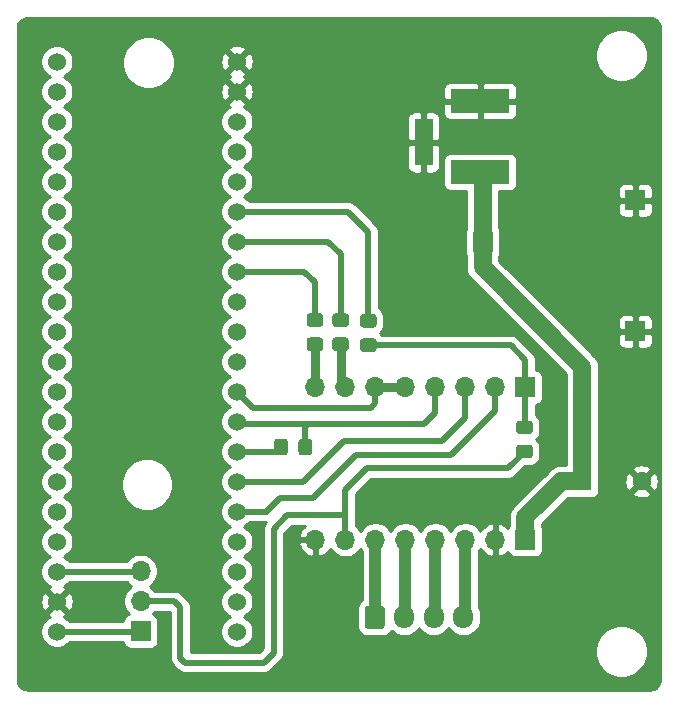
<source format=gbr>
%TF.GenerationSoftware,KiCad,Pcbnew,(5.1.7)-1*%
%TF.CreationDate,2020-11-14T21:45:38+03:00*%
%TF.ProjectId,stepper_tester,73746570-7065-4725-9f74-65737465722e,rev?*%
%TF.SameCoordinates,Original*%
%TF.FileFunction,Copper,L2,Bot*%
%TF.FilePolarity,Positive*%
%FSLAX46Y46*%
G04 Gerber Fmt 4.6, Leading zero omitted, Abs format (unit mm)*
G04 Created by KiCad (PCBNEW (5.1.7)-1) date 2020-11-14 21:45:38*
%MOMM*%
%LPD*%
G01*
G04 APERTURE LIST*
%TA.AperFunction,ComponentPad*%
%ADD10C,1.524000*%
%TD*%
%TA.AperFunction,ComponentPad*%
%ADD11R,1.700000X1.700000*%
%TD*%
%TA.AperFunction,ComponentPad*%
%ADD12O,1.700000X1.700000*%
%TD*%
%TA.AperFunction,ComponentPad*%
%ADD13R,1.600000X1.600000*%
%TD*%
%TA.AperFunction,ComponentPad*%
%ADD14C,1.600000*%
%TD*%
%TA.AperFunction,ComponentPad*%
%ADD15O,1.700000X1.950000*%
%TD*%
%TA.AperFunction,ComponentPad*%
%ADD16R,5.000000X2.000000*%
%TD*%
%TA.AperFunction,ComponentPad*%
%ADD17R,1.500000X4.000000*%
%TD*%
%TA.AperFunction,Conductor*%
%ADD18C,0.800000*%
%TD*%
%TA.AperFunction,Conductor*%
%ADD19C,1.500000*%
%TD*%
%TA.AperFunction,Conductor*%
%ADD20C,0.500000*%
%TD*%
%TA.AperFunction,Conductor*%
%ADD21C,1.000000*%
%TD*%
%TA.AperFunction,Conductor*%
%ADD22C,0.254000*%
%TD*%
%TA.AperFunction,Conductor*%
%ADD23C,0.100000*%
%TD*%
G04 APERTURE END LIST*
%TO.P,R4,1*%
%TO.N,Net-(R4-Pad1)*%
%TA.AperFunction,SMDPad,CuDef*%
G36*
G01*
X64965000Y-80270001D02*
X64965000Y-79369999D01*
G75*
G02*
X65214999Y-79120000I249999J0D01*
G01*
X65865001Y-79120000D01*
G75*
G02*
X66115000Y-79369999I0J-249999D01*
G01*
X66115000Y-80270001D01*
G75*
G02*
X65865001Y-80520000I-249999J0D01*
G01*
X65214999Y-80520000D01*
G75*
G02*
X64965000Y-80270001I0J249999D01*
G01*
G37*
%TD.AperFunction*%
%TO.P,R4,2*%
%TO.N,MS3*%
%TA.AperFunction,SMDPad,CuDef*%
G36*
G01*
X67015000Y-80270001D02*
X67015000Y-79369999D01*
G75*
G02*
X67264999Y-79120000I249999J0D01*
G01*
X67915001Y-79120000D01*
G75*
G02*
X68165000Y-79369999I0J-249999D01*
G01*
X68165000Y-80270001D01*
G75*
G02*
X67915001Y-80520000I-249999J0D01*
G01*
X67264999Y-80520000D01*
G75*
G02*
X67015000Y-80270001I0J249999D01*
G01*
G37*
%TD.AperFunction*%
%TD*%
%TO.P,R3,1*%
%TO.N,DIR*%
%TA.AperFunction,SMDPad,CuDef*%
G36*
G01*
X67959999Y-68495000D02*
X68860001Y-68495000D01*
G75*
G02*
X69110000Y-68744999I0J-249999D01*
G01*
X69110000Y-69395001D01*
G75*
G02*
X68860001Y-69645000I-249999J0D01*
G01*
X67959999Y-69645000D01*
G75*
G02*
X67710000Y-69395001I0J249999D01*
G01*
X67710000Y-68744999D01*
G75*
G02*
X67959999Y-68495000I249999J0D01*
G01*
G37*
%TD.AperFunction*%
%TO.P,R3,2*%
%TO.N,Net-(J1-Pad8)*%
%TA.AperFunction,SMDPad,CuDef*%
G36*
G01*
X67959999Y-70545000D02*
X68860001Y-70545000D01*
G75*
G02*
X69110000Y-70794999I0J-249999D01*
G01*
X69110000Y-71445001D01*
G75*
G02*
X68860001Y-71695000I-249999J0D01*
G01*
X67959999Y-71695000D01*
G75*
G02*
X67710000Y-71445001I0J249999D01*
G01*
X67710000Y-70794999D01*
G75*
G02*
X67959999Y-70545000I249999J0D01*
G01*
G37*
%TD.AperFunction*%
%TD*%
%TO.P,R1,2*%
%TO.N,Net-(J1-Pad7)*%
%TA.AperFunction,SMDPad,CuDef*%
G36*
G01*
X70129999Y-70545000D02*
X71030001Y-70545000D01*
G75*
G02*
X71280000Y-70794999I0J-249999D01*
G01*
X71280000Y-71445001D01*
G75*
G02*
X71030001Y-71695000I-249999J0D01*
G01*
X70129999Y-71695000D01*
G75*
G02*
X69880000Y-71445001I0J249999D01*
G01*
X69880000Y-70794999D01*
G75*
G02*
X70129999Y-70545000I249999J0D01*
G01*
G37*
%TD.AperFunction*%
%TO.P,R1,1*%
%TO.N,STEP*%
%TA.AperFunction,SMDPad,CuDef*%
G36*
G01*
X70129999Y-68495000D02*
X71030001Y-68495000D01*
G75*
G02*
X71280000Y-68744999I0J-249999D01*
G01*
X71280000Y-69395001D01*
G75*
G02*
X71030001Y-69645000I-249999J0D01*
G01*
X70129999Y-69645000D01*
G75*
G02*
X69880000Y-69395001I0J249999D01*
G01*
X69880000Y-68744999D01*
G75*
G02*
X70129999Y-68495000I249999J0D01*
G01*
G37*
%TD.AperFunction*%
%TD*%
D10*
%TO.P,U1,40*%
%TO.N,VDD_3V3*%
X46570000Y-95440000D03*
%TO.P,U1,39*%
%TO.N,GND*%
X46570000Y-92900000D03*
%TO.P,U1,37*%
%TO.N,N/C*%
X46570000Y-87820000D03*
%TO.P,U1,36*%
X46570000Y-85280000D03*
%TO.P,U1,38*%
%TO.N,VDD_5V*%
X46570000Y-90360000D03*
%TO.P,U1,35*%
%TO.N,N/C*%
X46570000Y-82740000D03*
%TO.P,U1,34*%
X46570000Y-80200000D03*
%TO.P,U1,32*%
X46570000Y-75120000D03*
%TO.P,U1,33*%
X46570000Y-77660000D03*
%TO.P,U1,31*%
X46570000Y-72580000D03*
%TO.P,U1,30*%
X46570000Y-70040000D03*
%TO.P,U1,29*%
X46570000Y-67500000D03*
%TO.P,U1,27*%
X46570000Y-62420000D03*
%TO.P,U1,26*%
X46570000Y-59880000D03*
%TO.P,U1,28*%
X46570000Y-64960000D03*
%TO.P,U1,25*%
X46570000Y-57340000D03*
%TO.P,U1,24*%
X46570000Y-54800000D03*
%TO.P,U1,23*%
X46570000Y-52260000D03*
%TO.P,U1,22*%
X46570000Y-49720000D03*
%TO.P,U1,21*%
X46570000Y-47180000D03*
%TO.P,U1,13*%
%TO.N,DIR*%
X61810000Y-64960000D03*
%TO.P,U1,1*%
%TO.N,N/C*%
X61810000Y-95440000D03*
%TO.P,U1,12*%
X61810000Y-67500000D03*
%TO.P,U1,2*%
X61810000Y-92900000D03*
%TO.P,U1,7*%
%TO.N,Net-(R4-Pad1)*%
X61810000Y-80200000D03*
%TO.P,U1,5*%
%TO.N,MS1*%
X61810000Y-85280000D03*
%TO.P,U1,3*%
%TO.N,N/C*%
X61810000Y-90360000D03*
%TO.P,U1,14*%
%TO.N,STEP*%
X61810000Y-62420000D03*
%TO.P,U1,6*%
%TO.N,MS2*%
X61810000Y-82740000D03*
%TO.P,U1,11*%
%TO.N,N/C*%
X61810000Y-70040000D03*
%TO.P,U1,9*%
%TO.N,SLEEP*%
X61810000Y-75120000D03*
%TO.P,U1,18*%
%TO.N,N/C*%
X61810000Y-52260000D03*
%TO.P,U1,16*%
X61810000Y-57340000D03*
%TO.P,U1,17*%
X61810000Y-54800000D03*
%TO.P,U1,10*%
X61810000Y-72580000D03*
%TO.P,U1,19*%
%TO.N,GND*%
X61810000Y-49720000D03*
%TO.P,U1,4*%
%TO.N,N/C*%
X61810000Y-87820000D03*
%TO.P,U1,8*%
%TO.N,MS3*%
X61810000Y-77660000D03*
%TO.P,U1,15*%
%TO.N,EN*%
X61810000Y-59880000D03*
%TO.P,U1,20*%
%TO.N,GND*%
X61810000Y-47180000D03*
%TD*%
D11*
%TO.P,J1,1*%
%TO.N,Net-(J1-Pad1)*%
X86230000Y-74770000D03*
D12*
%TO.P,J1,2*%
%TO.N,MS1*%
X83690000Y-74770000D03*
%TO.P,J1,3*%
%TO.N,MS2*%
X81150000Y-74770000D03*
%TO.P,J1,4*%
%TO.N,MS3*%
X78610000Y-74770000D03*
%TO.P,J1,5*%
%TO.N,SLEEP*%
X76070000Y-74770000D03*
%TO.P,J1,6*%
X73530000Y-74770000D03*
%TO.P,J1,7*%
%TO.N,Net-(J1-Pad7)*%
X70990000Y-74770000D03*
%TO.P,J1,8*%
%TO.N,Net-(J1-Pad8)*%
X68450000Y-74770000D03*
%TD*%
%TO.P,J2,8*%
%TO.N,GND*%
X68450000Y-87670000D03*
%TO.P,J2,7*%
%TO.N,VDD_DRV*%
X70990000Y-87670000D03*
%TO.P,J2,6*%
%TO.N,1B*%
X73530000Y-87670000D03*
%TO.P,J2,5*%
%TO.N,1A*%
X76070000Y-87670000D03*
%TO.P,J2,4*%
%TO.N,2A*%
X78610000Y-87670000D03*
%TO.P,J2,3*%
%TO.N,2B*%
X81150000Y-87670000D03*
%TO.P,J2,2*%
%TO.N,GND*%
X83690000Y-87670000D03*
D11*
%TO.P,J2,1*%
%TO.N,VM_VDD*%
X86230000Y-87670000D03*
%TD*%
D13*
%TO.P,C1,1*%
%TO.N,VM_VDD*%
X91060000Y-82730000D03*
D14*
%TO.P,C1,2*%
%TO.N,GND*%
X96060000Y-82730000D03*
%TD*%
%TO.P,J3,1*%
%TO.N,1B*%
%TA.AperFunction,ComponentPad*%
G36*
G01*
X72620000Y-94965000D02*
X72620000Y-93515000D01*
G75*
G02*
X72870000Y-93265000I250000J0D01*
G01*
X74070000Y-93265000D01*
G75*
G02*
X74320000Y-93515000I0J-250000D01*
G01*
X74320000Y-94965000D01*
G75*
G02*
X74070000Y-95215000I-250000J0D01*
G01*
X72870000Y-95215000D01*
G75*
G02*
X72620000Y-94965000I0J250000D01*
G01*
G37*
%TD.AperFunction*%
D15*
%TO.P,J3,2*%
%TO.N,1A*%
X75970000Y-94240000D03*
%TO.P,J3,3*%
%TO.N,2A*%
X78470000Y-94240000D03*
%TO.P,J3,4*%
%TO.N,2B*%
X80970000Y-94240000D03*
%TD*%
%TO.P,R2,1*%
%TO.N,VDD_DRV*%
%TA.AperFunction,SMDPad,CuDef*%
G36*
G01*
X86610001Y-80775000D02*
X85709999Y-80775000D01*
G75*
G02*
X85460000Y-80525001I0J249999D01*
G01*
X85460000Y-79874999D01*
G75*
G02*
X85709999Y-79625000I249999J0D01*
G01*
X86610001Y-79625000D01*
G75*
G02*
X86860000Y-79874999I0J-249999D01*
G01*
X86860000Y-80525001D01*
G75*
G02*
X86610001Y-80775000I-249999J0D01*
G01*
G37*
%TD.AperFunction*%
%TO.P,R2,2*%
%TO.N,Net-(J1-Pad1)*%
%TA.AperFunction,SMDPad,CuDef*%
G36*
G01*
X86610001Y-78725000D02*
X85709999Y-78725000D01*
G75*
G02*
X85460000Y-78475001I0J249999D01*
G01*
X85460000Y-77824999D01*
G75*
G02*
X85709999Y-77575000I249999J0D01*
G01*
X86610001Y-77575000D01*
G75*
G02*
X86860000Y-77824999I0J-249999D01*
G01*
X86860000Y-78475001D01*
G75*
G02*
X86610001Y-78725000I-249999J0D01*
G01*
G37*
%TD.AperFunction*%
%TD*%
D11*
%TO.P,J4,1*%
%TO.N,VDD_3V3*%
X53650000Y-95410000D03*
D12*
%TO.P,J4,2*%
%TO.N,VDD_DRV*%
X53650000Y-92870000D03*
%TO.P,J4,3*%
%TO.N,VDD_5V*%
X53650000Y-90330000D03*
%TD*%
%TO.P,R5,1*%
%TO.N,EN*%
%TA.AperFunction,SMDPad,CuDef*%
G36*
G01*
X72489999Y-68565000D02*
X73390001Y-68565000D01*
G75*
G02*
X73640000Y-68814999I0J-249999D01*
G01*
X73640000Y-69465001D01*
G75*
G02*
X73390001Y-69715000I-249999J0D01*
G01*
X72489999Y-69715000D01*
G75*
G02*
X72240000Y-69465001I0J249999D01*
G01*
X72240000Y-68814999D01*
G75*
G02*
X72489999Y-68565000I249999J0D01*
G01*
G37*
%TD.AperFunction*%
%TO.P,R5,2*%
%TO.N,Net-(J1-Pad1)*%
%TA.AperFunction,SMDPad,CuDef*%
G36*
G01*
X72489999Y-70615000D02*
X73390001Y-70615000D01*
G75*
G02*
X73640000Y-70864999I0J-249999D01*
G01*
X73640000Y-71515001D01*
G75*
G02*
X73390001Y-71765000I-249999J0D01*
G01*
X72489999Y-71765000D01*
G75*
G02*
X72240000Y-71515001I0J249999D01*
G01*
X72240000Y-70864999D01*
G75*
G02*
X72489999Y-70615000I249999J0D01*
G01*
G37*
%TD.AperFunction*%
%TD*%
D11*
%TO.P,J5,1*%
%TO.N,VM_VDD*%
X82600000Y-62480000D03*
%TD*%
%TO.P,J6,1*%
%TO.N,GND*%
X95550000Y-58930000D03*
%TD*%
%TO.P,J7,1*%
%TO.N,GND*%
X95550000Y-70030000D03*
%TD*%
D16*
%TO.P,J8,1*%
%TO.N,VM_VDD*%
X82410000Y-56530000D03*
%TO.P,J8,2*%
%TO.N,GND*%
X82410000Y-50530000D03*
D17*
%TO.P,J8,3*%
X77610000Y-54030000D03*
%TD*%
D18*
%TO.N,Net-(J1-Pad7)*%
X70580000Y-74360000D02*
X70990000Y-74770000D01*
X70580000Y-71120000D02*
X70580000Y-74360000D01*
%TO.N,Net-(J1-Pad8)*%
X68410000Y-74730000D02*
X68450000Y-74770000D01*
X68410000Y-71120000D02*
X68410000Y-74730000D01*
D19*
%TO.N,VM_VDD*%
X86230000Y-85780000D02*
X89040000Y-82970000D01*
X86230000Y-87670000D02*
X86230000Y-85780000D01*
X89280000Y-82730000D02*
X86230000Y-85780000D01*
X91060000Y-82730000D02*
X89280000Y-82730000D01*
X82600000Y-62480000D02*
X82600000Y-64610000D01*
X91060000Y-73070000D02*
X91060000Y-82730000D01*
X82600000Y-64610000D02*
X91060000Y-73070000D01*
X82600000Y-56660000D02*
X82440000Y-56500000D01*
X82600000Y-62480000D02*
X82600000Y-56660000D01*
D20*
%TO.N,EN*%
X71190000Y-59880000D02*
X72940000Y-61630000D01*
X72940000Y-61630000D02*
X72940000Y-69140000D01*
X61810000Y-59880000D02*
X71190000Y-59880000D01*
D18*
%TO.N,SLEEP*%
X73530000Y-74770000D02*
X76070000Y-74770000D01*
D20*
X73530000Y-74770000D02*
X73530000Y-76090000D01*
X73530000Y-76090000D02*
X73120000Y-76500000D01*
X63190000Y-76500000D02*
X61810000Y-75120000D01*
X73120000Y-76500000D02*
X63190000Y-76500000D01*
%TO.N,VDD_5V*%
X53620000Y-90360000D02*
X53650000Y-90330000D01*
X46570000Y-90360000D02*
X53620000Y-90360000D01*
D21*
%TO.N,1B*%
X73530000Y-94180000D02*
X73470000Y-94240000D01*
X73530000Y-87670000D02*
X73530000Y-94180000D01*
%TO.N,1A*%
X76070000Y-94140000D02*
X75970000Y-94240000D01*
X76070000Y-87670000D02*
X76070000Y-94140000D01*
%TO.N,2A*%
X78610000Y-94100000D02*
X78470000Y-94240000D01*
X78610000Y-87670000D02*
X78610000Y-94100000D01*
%TO.N,2B*%
X81150000Y-94060000D02*
X80970000Y-94240000D01*
X81150000Y-87670000D02*
X81150000Y-94060000D01*
D20*
%TO.N,STEP*%
X61810000Y-62420000D02*
X69490000Y-62420000D01*
X70580000Y-63510000D02*
X70580000Y-69070000D01*
X69490000Y-62420000D02*
X70580000Y-63510000D01*
%TO.N,DIR*%
X61810000Y-64960000D02*
X67520000Y-64960000D01*
X68410000Y-65850000D02*
X68410000Y-69070000D01*
X67520000Y-64960000D02*
X68410000Y-65850000D01*
%TO.N,MS1*%
X83690000Y-76780000D02*
X83690000Y-74770000D01*
X79970000Y-80500000D02*
X83690000Y-76780000D01*
X71890000Y-80500000D02*
X79970000Y-80500000D01*
X61810000Y-85280000D02*
X64360000Y-85280000D01*
X64360000Y-85280000D02*
X64360000Y-85260000D01*
X65450000Y-84170000D02*
X68220000Y-84170000D01*
X64360000Y-85260000D02*
X65450000Y-84170000D01*
X68220000Y-84170000D02*
X71890000Y-80500000D01*
%TO.N,MS2*%
X79190000Y-79320000D02*
X81150000Y-77360000D01*
X70830000Y-79320000D02*
X79190000Y-79320000D01*
X81150000Y-77360000D02*
X81150000Y-74770000D01*
X67410000Y-82740000D02*
X70830000Y-79320000D01*
X61810000Y-82740000D02*
X67410000Y-82740000D01*
%TO.N,MS3*%
X61810000Y-77660000D02*
X62050000Y-77900000D01*
X78610000Y-76940000D02*
X78610000Y-74770000D01*
X77650000Y-77900000D02*
X78610000Y-76940000D01*
X68040000Y-77900000D02*
X77650000Y-77900000D01*
X67590000Y-78100000D02*
X67790000Y-77900000D01*
X67590000Y-79820000D02*
X67590000Y-78100000D01*
X67790000Y-77900000D02*
X68040000Y-77900000D01*
X62050000Y-77900000D02*
X67790000Y-77900000D01*
%TO.N,Net-(R4-Pad1)*%
X65160000Y-80200000D02*
X65540000Y-79820000D01*
X61810000Y-80200000D02*
X65160000Y-80200000D01*
%TO.N,Net-(J1-Pad1)*%
X72940000Y-71190000D02*
X84970000Y-71190000D01*
X86230000Y-72450000D02*
X86230000Y-74770000D01*
X84970000Y-71190000D02*
X86230000Y-72450000D01*
X86230000Y-78080000D02*
X86160000Y-78150000D01*
X86230000Y-74770000D02*
X86230000Y-78080000D01*
%TO.N,VDD_DRV*%
X70990000Y-87670000D02*
X70990000Y-85600000D01*
X70990000Y-85600000D02*
X70990000Y-83420000D01*
X70990000Y-83420000D02*
X72790000Y-81620000D01*
X84740000Y-81620000D02*
X86160000Y-80200000D01*
X72790000Y-81620000D02*
X84740000Y-81620000D01*
X66060000Y-85600000D02*
X70990000Y-85600000D01*
X64920000Y-86740000D02*
X66060000Y-85600000D01*
X64070000Y-98070000D02*
X64920000Y-97220000D01*
X57420000Y-98070000D02*
X64070000Y-98070000D01*
X57010000Y-97660000D02*
X57420000Y-98070000D01*
X57010000Y-93370000D02*
X57010000Y-97660000D01*
X56510000Y-92870000D02*
X57010000Y-93370000D01*
X64920000Y-97220000D02*
X64920000Y-86740000D01*
X53650000Y-92870000D02*
X56510000Y-92870000D01*
%TO.N,VDD_3V3*%
X53620000Y-95440000D02*
X53650000Y-95410000D01*
X46570000Y-95440000D02*
X53620000Y-95440000D01*
%TD*%
D22*
%TO.N,GND*%
X96962540Y-43509102D02*
X97118894Y-43556308D01*
X97263096Y-43632982D01*
X97389663Y-43736207D01*
X97493769Y-43862051D01*
X97571447Y-44005711D01*
X97619742Y-44161729D01*
X97640001Y-44354482D01*
X97640000Y-99487723D01*
X97620898Y-99682540D01*
X97573692Y-99838895D01*
X97497018Y-99983096D01*
X97393792Y-100109664D01*
X97267951Y-100213768D01*
X97124289Y-100291447D01*
X96968271Y-100339742D01*
X96775527Y-100360000D01*
X44112277Y-100360000D01*
X43917460Y-100340898D01*
X43761105Y-100293692D01*
X43616904Y-100217018D01*
X43490336Y-100113792D01*
X43386232Y-99987951D01*
X43308553Y-99844289D01*
X43260258Y-99688271D01*
X43240000Y-99495527D01*
X43240000Y-92972017D01*
X45168090Y-92972017D01*
X45209078Y-93244133D01*
X45302364Y-93503023D01*
X45364344Y-93618980D01*
X45604435Y-93685960D01*
X46390395Y-92900000D01*
X46749605Y-92900000D01*
X47535565Y-93685960D01*
X47775656Y-93618980D01*
X47892756Y-93369952D01*
X47959023Y-93102865D01*
X47971910Y-92827983D01*
X47930922Y-92555867D01*
X47837636Y-92296977D01*
X47775656Y-92181020D01*
X47535565Y-92114040D01*
X46749605Y-92900000D01*
X46390395Y-92900000D01*
X45604435Y-92114040D01*
X45364344Y-92181020D01*
X45247244Y-92430048D01*
X45180977Y-92697135D01*
X45168090Y-92972017D01*
X43240000Y-92972017D01*
X43240000Y-47042408D01*
X45173000Y-47042408D01*
X45173000Y-47317592D01*
X45226686Y-47587490D01*
X45331995Y-47841727D01*
X45484880Y-48070535D01*
X45679465Y-48265120D01*
X45908273Y-48418005D01*
X45985515Y-48450000D01*
X45908273Y-48481995D01*
X45679465Y-48634880D01*
X45484880Y-48829465D01*
X45331995Y-49058273D01*
X45226686Y-49312510D01*
X45173000Y-49582408D01*
X45173000Y-49857592D01*
X45226686Y-50127490D01*
X45331995Y-50381727D01*
X45484880Y-50610535D01*
X45679465Y-50805120D01*
X45908273Y-50958005D01*
X45985515Y-50990000D01*
X45908273Y-51021995D01*
X45679465Y-51174880D01*
X45484880Y-51369465D01*
X45331995Y-51598273D01*
X45226686Y-51852510D01*
X45173000Y-52122408D01*
X45173000Y-52397592D01*
X45226686Y-52667490D01*
X45331995Y-52921727D01*
X45484880Y-53150535D01*
X45679465Y-53345120D01*
X45908273Y-53498005D01*
X45985515Y-53530000D01*
X45908273Y-53561995D01*
X45679465Y-53714880D01*
X45484880Y-53909465D01*
X45331995Y-54138273D01*
X45226686Y-54392510D01*
X45173000Y-54662408D01*
X45173000Y-54937592D01*
X45226686Y-55207490D01*
X45331995Y-55461727D01*
X45484880Y-55690535D01*
X45679465Y-55885120D01*
X45908273Y-56038005D01*
X45985515Y-56070000D01*
X45908273Y-56101995D01*
X45679465Y-56254880D01*
X45484880Y-56449465D01*
X45331995Y-56678273D01*
X45226686Y-56932510D01*
X45173000Y-57202408D01*
X45173000Y-57477592D01*
X45226686Y-57747490D01*
X45331995Y-58001727D01*
X45484880Y-58230535D01*
X45679465Y-58425120D01*
X45908273Y-58578005D01*
X45985515Y-58610000D01*
X45908273Y-58641995D01*
X45679465Y-58794880D01*
X45484880Y-58989465D01*
X45331995Y-59218273D01*
X45226686Y-59472510D01*
X45173000Y-59742408D01*
X45173000Y-60017592D01*
X45226686Y-60287490D01*
X45331995Y-60541727D01*
X45484880Y-60770535D01*
X45679465Y-60965120D01*
X45908273Y-61118005D01*
X45985515Y-61150000D01*
X45908273Y-61181995D01*
X45679465Y-61334880D01*
X45484880Y-61529465D01*
X45331995Y-61758273D01*
X45226686Y-62012510D01*
X45173000Y-62282408D01*
X45173000Y-62557592D01*
X45226686Y-62827490D01*
X45331995Y-63081727D01*
X45484880Y-63310535D01*
X45679465Y-63505120D01*
X45908273Y-63658005D01*
X45985515Y-63690000D01*
X45908273Y-63721995D01*
X45679465Y-63874880D01*
X45484880Y-64069465D01*
X45331995Y-64298273D01*
X45226686Y-64552510D01*
X45173000Y-64822408D01*
X45173000Y-65097592D01*
X45226686Y-65367490D01*
X45331995Y-65621727D01*
X45484880Y-65850535D01*
X45679465Y-66045120D01*
X45908273Y-66198005D01*
X45985515Y-66230000D01*
X45908273Y-66261995D01*
X45679465Y-66414880D01*
X45484880Y-66609465D01*
X45331995Y-66838273D01*
X45226686Y-67092510D01*
X45173000Y-67362408D01*
X45173000Y-67637592D01*
X45226686Y-67907490D01*
X45331995Y-68161727D01*
X45484880Y-68390535D01*
X45679465Y-68585120D01*
X45908273Y-68738005D01*
X45985515Y-68770000D01*
X45908273Y-68801995D01*
X45679465Y-68954880D01*
X45484880Y-69149465D01*
X45331995Y-69378273D01*
X45226686Y-69632510D01*
X45173000Y-69902408D01*
X45173000Y-70177592D01*
X45226686Y-70447490D01*
X45331995Y-70701727D01*
X45484880Y-70930535D01*
X45679465Y-71125120D01*
X45908273Y-71278005D01*
X45985515Y-71310000D01*
X45908273Y-71341995D01*
X45679465Y-71494880D01*
X45484880Y-71689465D01*
X45331995Y-71918273D01*
X45226686Y-72172510D01*
X45173000Y-72442408D01*
X45173000Y-72717592D01*
X45226686Y-72987490D01*
X45331995Y-73241727D01*
X45484880Y-73470535D01*
X45679465Y-73665120D01*
X45908273Y-73818005D01*
X45985515Y-73850000D01*
X45908273Y-73881995D01*
X45679465Y-74034880D01*
X45484880Y-74229465D01*
X45331995Y-74458273D01*
X45226686Y-74712510D01*
X45173000Y-74982408D01*
X45173000Y-75257592D01*
X45226686Y-75527490D01*
X45331995Y-75781727D01*
X45484880Y-76010535D01*
X45679465Y-76205120D01*
X45908273Y-76358005D01*
X45985515Y-76390000D01*
X45908273Y-76421995D01*
X45679465Y-76574880D01*
X45484880Y-76769465D01*
X45331995Y-76998273D01*
X45226686Y-77252510D01*
X45173000Y-77522408D01*
X45173000Y-77797592D01*
X45226686Y-78067490D01*
X45331995Y-78321727D01*
X45484880Y-78550535D01*
X45679465Y-78745120D01*
X45908273Y-78898005D01*
X45985515Y-78930000D01*
X45908273Y-78961995D01*
X45679465Y-79114880D01*
X45484880Y-79309465D01*
X45331995Y-79538273D01*
X45226686Y-79792510D01*
X45173000Y-80062408D01*
X45173000Y-80337592D01*
X45226686Y-80607490D01*
X45331995Y-80861727D01*
X45484880Y-81090535D01*
X45679465Y-81285120D01*
X45908273Y-81438005D01*
X45985515Y-81470000D01*
X45908273Y-81501995D01*
X45679465Y-81654880D01*
X45484880Y-81849465D01*
X45331995Y-82078273D01*
X45226686Y-82332510D01*
X45173000Y-82602408D01*
X45173000Y-82877592D01*
X45226686Y-83147490D01*
X45331995Y-83401727D01*
X45484880Y-83630535D01*
X45679465Y-83825120D01*
X45908273Y-83978005D01*
X45985515Y-84010000D01*
X45908273Y-84041995D01*
X45679465Y-84194880D01*
X45484880Y-84389465D01*
X45331995Y-84618273D01*
X45226686Y-84872510D01*
X45173000Y-85142408D01*
X45173000Y-85417592D01*
X45226686Y-85687490D01*
X45331995Y-85941727D01*
X45484880Y-86170535D01*
X45679465Y-86365120D01*
X45908273Y-86518005D01*
X45985515Y-86550000D01*
X45908273Y-86581995D01*
X45679465Y-86734880D01*
X45484880Y-86929465D01*
X45331995Y-87158273D01*
X45226686Y-87412510D01*
X45173000Y-87682408D01*
X45173000Y-87957592D01*
X45226686Y-88227490D01*
X45331995Y-88481727D01*
X45484880Y-88710535D01*
X45679465Y-88905120D01*
X45908273Y-89058005D01*
X45985515Y-89090000D01*
X45908273Y-89121995D01*
X45679465Y-89274880D01*
X45484880Y-89469465D01*
X45331995Y-89698273D01*
X45226686Y-89952510D01*
X45173000Y-90222408D01*
X45173000Y-90497592D01*
X45226686Y-90767490D01*
X45331995Y-91021727D01*
X45484880Y-91250535D01*
X45679465Y-91445120D01*
X45908273Y-91598005D01*
X45979943Y-91627692D01*
X45966977Y-91632364D01*
X45851020Y-91694344D01*
X45784040Y-91934435D01*
X46570000Y-92720395D01*
X47355960Y-91934435D01*
X47288980Y-91694344D01*
X47153240Y-91630515D01*
X47231727Y-91598005D01*
X47460535Y-91445120D01*
X47655120Y-91250535D01*
X47658818Y-91245000D01*
X52475389Y-91245000D01*
X52496525Y-91276632D01*
X52703368Y-91483475D01*
X52877760Y-91600000D01*
X52703368Y-91716525D01*
X52496525Y-91923368D01*
X52334010Y-92166589D01*
X52222068Y-92436842D01*
X52165000Y-92723740D01*
X52165000Y-93016260D01*
X52222068Y-93303158D01*
X52334010Y-93573411D01*
X52496525Y-93816632D01*
X52628380Y-93948487D01*
X52555820Y-93970498D01*
X52445506Y-94029463D01*
X52348815Y-94108815D01*
X52269463Y-94205506D01*
X52210498Y-94315820D01*
X52174188Y-94435518D01*
X52162420Y-94555000D01*
X47658818Y-94555000D01*
X47655120Y-94549465D01*
X47460535Y-94354880D01*
X47231727Y-94201995D01*
X47160057Y-94172308D01*
X47173023Y-94167636D01*
X47288980Y-94105656D01*
X47355960Y-93865565D01*
X46570000Y-93079605D01*
X45784040Y-93865565D01*
X45851020Y-94105656D01*
X45986760Y-94169485D01*
X45908273Y-94201995D01*
X45679465Y-94354880D01*
X45484880Y-94549465D01*
X45331995Y-94778273D01*
X45226686Y-95032510D01*
X45173000Y-95302408D01*
X45173000Y-95577592D01*
X45226686Y-95847490D01*
X45331995Y-96101727D01*
X45484880Y-96330535D01*
X45679465Y-96525120D01*
X45908273Y-96678005D01*
X46162510Y-96783314D01*
X46432408Y-96837000D01*
X46707592Y-96837000D01*
X46977490Y-96783314D01*
X47231727Y-96678005D01*
X47460535Y-96525120D01*
X47655120Y-96330535D01*
X47658818Y-96325000D01*
X52168330Y-96325000D01*
X52174188Y-96384482D01*
X52210498Y-96504180D01*
X52269463Y-96614494D01*
X52348815Y-96711185D01*
X52445506Y-96790537D01*
X52555820Y-96849502D01*
X52675518Y-96885812D01*
X52800000Y-96898072D01*
X54500000Y-96898072D01*
X54624482Y-96885812D01*
X54744180Y-96849502D01*
X54854494Y-96790537D01*
X54951185Y-96711185D01*
X55030537Y-96614494D01*
X55089502Y-96504180D01*
X55125812Y-96384482D01*
X55138072Y-96260000D01*
X55138072Y-94560000D01*
X55125812Y-94435518D01*
X55089502Y-94315820D01*
X55030537Y-94205506D01*
X54951185Y-94108815D01*
X54854494Y-94029463D01*
X54744180Y-93970498D01*
X54671620Y-93948487D01*
X54803475Y-93816632D01*
X54844656Y-93755000D01*
X56125000Y-93755000D01*
X56125001Y-97616521D01*
X56120719Y-97660000D01*
X56137805Y-97833490D01*
X56188412Y-98000313D01*
X56270590Y-98154059D01*
X56353468Y-98255046D01*
X56353471Y-98255049D01*
X56381184Y-98288817D01*
X56414952Y-98316530D01*
X56763466Y-98665044D01*
X56791183Y-98698817D01*
X56925941Y-98809411D01*
X57002814Y-98850500D01*
X57079686Y-98891589D01*
X57223144Y-98935107D01*
X57246510Y-98942195D01*
X57376523Y-98955000D01*
X57376531Y-98955000D01*
X57420000Y-98959281D01*
X57463469Y-98955000D01*
X64026531Y-98955000D01*
X64070000Y-98959281D01*
X64113469Y-98955000D01*
X64113477Y-98955000D01*
X64243490Y-98942195D01*
X64410313Y-98891589D01*
X64564059Y-98809411D01*
X64698817Y-98698817D01*
X64726534Y-98665044D01*
X65515050Y-97876529D01*
X65548817Y-97848817D01*
X65659411Y-97714059D01*
X65688306Y-97660000D01*
X65741589Y-97560314D01*
X65792195Y-97393490D01*
X65799420Y-97320128D01*
X65805000Y-97263477D01*
X65805000Y-97263469D01*
X65809281Y-97220000D01*
X65805000Y-97176531D01*
X65805000Y-96879872D01*
X92115000Y-96879872D01*
X92115000Y-97320128D01*
X92200890Y-97751925D01*
X92369369Y-98158669D01*
X92613962Y-98524729D01*
X92925271Y-98836038D01*
X93291331Y-99080631D01*
X93698075Y-99249110D01*
X94129872Y-99335000D01*
X94570128Y-99335000D01*
X95001925Y-99249110D01*
X95408669Y-99080631D01*
X95774729Y-98836038D01*
X96086038Y-98524729D01*
X96330631Y-98158669D01*
X96499110Y-97751925D01*
X96585000Y-97320128D01*
X96585000Y-96879872D01*
X96499110Y-96448075D01*
X96330631Y-96041331D01*
X96086038Y-95675271D01*
X95774729Y-95363962D01*
X95408669Y-95119369D01*
X95001925Y-94950890D01*
X94570128Y-94865000D01*
X94129872Y-94865000D01*
X93698075Y-94950890D01*
X93291331Y-95119369D01*
X92925271Y-95363962D01*
X92613962Y-95675271D01*
X92369369Y-96041331D01*
X92200890Y-96448075D01*
X92115000Y-96879872D01*
X65805000Y-96879872D01*
X65805000Y-88026891D01*
X67008519Y-88026891D01*
X67105843Y-88301252D01*
X67254822Y-88551355D01*
X67449731Y-88767588D01*
X67683080Y-88941641D01*
X67945901Y-89066825D01*
X68093110Y-89111476D01*
X68323000Y-88990155D01*
X68323000Y-87797000D01*
X67129186Y-87797000D01*
X67008519Y-88026891D01*
X65805000Y-88026891D01*
X65805000Y-87106578D01*
X66426579Y-86485000D01*
X67566922Y-86485000D01*
X67449731Y-86572412D01*
X67254822Y-86788645D01*
X67105843Y-87038748D01*
X67008519Y-87313109D01*
X67129186Y-87543000D01*
X68323000Y-87543000D01*
X68323000Y-87523000D01*
X68577000Y-87523000D01*
X68577000Y-87543000D01*
X68597000Y-87543000D01*
X68597000Y-87797000D01*
X68577000Y-87797000D01*
X68577000Y-88990155D01*
X68806890Y-89111476D01*
X68954099Y-89066825D01*
X69216920Y-88941641D01*
X69450269Y-88767588D01*
X69645178Y-88551355D01*
X69714805Y-88434466D01*
X69836525Y-88616632D01*
X70043368Y-88823475D01*
X70286589Y-88985990D01*
X70556842Y-89097932D01*
X70843740Y-89155000D01*
X71136260Y-89155000D01*
X71423158Y-89097932D01*
X71693411Y-88985990D01*
X71936632Y-88823475D01*
X72143475Y-88616632D01*
X72260000Y-88442240D01*
X72376525Y-88616632D01*
X72395000Y-88635107D01*
X72395001Y-92766767D01*
X72376614Y-92776595D01*
X72242038Y-92887038D01*
X72131595Y-93021614D01*
X72049528Y-93175150D01*
X71998992Y-93341746D01*
X71981928Y-93515000D01*
X71981928Y-94965000D01*
X71998992Y-95138254D01*
X72049528Y-95304850D01*
X72131595Y-95458386D01*
X72242038Y-95592962D01*
X72376614Y-95703405D01*
X72530150Y-95785472D01*
X72696746Y-95836008D01*
X72870000Y-95853072D01*
X74070000Y-95853072D01*
X74243254Y-95836008D01*
X74409850Y-95785472D01*
X74563386Y-95703405D01*
X74697962Y-95592962D01*
X74808405Y-95458386D01*
X74862777Y-95356663D01*
X74914866Y-95420134D01*
X75140987Y-95605706D01*
X75398967Y-95743599D01*
X75678890Y-95828513D01*
X75970000Y-95857185D01*
X76261111Y-95828513D01*
X76541034Y-95743599D01*
X76799014Y-95605706D01*
X77025134Y-95420134D01*
X77210706Y-95194014D01*
X77220000Y-95176626D01*
X77229294Y-95194014D01*
X77414866Y-95420134D01*
X77640987Y-95605706D01*
X77898967Y-95743599D01*
X78178890Y-95828513D01*
X78470000Y-95857185D01*
X78761111Y-95828513D01*
X79041034Y-95743599D01*
X79299014Y-95605706D01*
X79525134Y-95420134D01*
X79710706Y-95194014D01*
X79720000Y-95176626D01*
X79729294Y-95194014D01*
X79914866Y-95420134D01*
X80140987Y-95605706D01*
X80398967Y-95743599D01*
X80678890Y-95828513D01*
X80970000Y-95857185D01*
X81261111Y-95828513D01*
X81541034Y-95743599D01*
X81799014Y-95605706D01*
X82025134Y-95420134D01*
X82210706Y-95194014D01*
X82348599Y-94936033D01*
X82433513Y-94656110D01*
X82455000Y-94437949D01*
X82455000Y-94042050D01*
X82433513Y-93823889D01*
X82348599Y-93543966D01*
X82285000Y-93424980D01*
X82285000Y-88635107D01*
X82303475Y-88616632D01*
X82425195Y-88434466D01*
X82494822Y-88551355D01*
X82689731Y-88767588D01*
X82923080Y-88941641D01*
X83185901Y-89066825D01*
X83333110Y-89111476D01*
X83563000Y-88990155D01*
X83563000Y-87797000D01*
X83543000Y-87797000D01*
X83543000Y-87543000D01*
X83563000Y-87543000D01*
X83563000Y-86349845D01*
X83333110Y-86228524D01*
X83185901Y-86273175D01*
X82923080Y-86398359D01*
X82689731Y-86572412D01*
X82494822Y-86788645D01*
X82425195Y-86905534D01*
X82303475Y-86723368D01*
X82096632Y-86516525D01*
X81853411Y-86354010D01*
X81583158Y-86242068D01*
X81296260Y-86185000D01*
X81003740Y-86185000D01*
X80716842Y-86242068D01*
X80446589Y-86354010D01*
X80203368Y-86516525D01*
X79996525Y-86723368D01*
X79880000Y-86897760D01*
X79763475Y-86723368D01*
X79556632Y-86516525D01*
X79313411Y-86354010D01*
X79043158Y-86242068D01*
X78756260Y-86185000D01*
X78463740Y-86185000D01*
X78176842Y-86242068D01*
X77906589Y-86354010D01*
X77663368Y-86516525D01*
X77456525Y-86723368D01*
X77340000Y-86897760D01*
X77223475Y-86723368D01*
X77016632Y-86516525D01*
X76773411Y-86354010D01*
X76503158Y-86242068D01*
X76216260Y-86185000D01*
X75923740Y-86185000D01*
X75636842Y-86242068D01*
X75366589Y-86354010D01*
X75123368Y-86516525D01*
X74916525Y-86723368D01*
X74800000Y-86897760D01*
X74683475Y-86723368D01*
X74476632Y-86516525D01*
X74233411Y-86354010D01*
X73963158Y-86242068D01*
X73676260Y-86185000D01*
X73383740Y-86185000D01*
X73096842Y-86242068D01*
X72826589Y-86354010D01*
X72583368Y-86516525D01*
X72376525Y-86723368D01*
X72260000Y-86897760D01*
X72143475Y-86723368D01*
X71936632Y-86516525D01*
X71875000Y-86475344D01*
X71875000Y-85643476D01*
X71879282Y-85600000D01*
X71875000Y-85556523D01*
X71875000Y-83786578D01*
X73156579Y-82505000D01*
X84696531Y-82505000D01*
X84740000Y-82509281D01*
X84783469Y-82505000D01*
X84783477Y-82505000D01*
X84913490Y-82492195D01*
X85080313Y-82441589D01*
X85234059Y-82359411D01*
X85368817Y-82248817D01*
X85396534Y-82215044D01*
X86198507Y-81413072D01*
X86610001Y-81413072D01*
X86783255Y-81396008D01*
X86949851Y-81345472D01*
X87103387Y-81263405D01*
X87237962Y-81152962D01*
X87348405Y-81018387D01*
X87430472Y-80864851D01*
X87481008Y-80698255D01*
X87498072Y-80525001D01*
X87498072Y-79874999D01*
X87481008Y-79701745D01*
X87430472Y-79535149D01*
X87348405Y-79381613D01*
X87237962Y-79247038D01*
X87150184Y-79175000D01*
X87237962Y-79102962D01*
X87348405Y-78968387D01*
X87430472Y-78814851D01*
X87481008Y-78648255D01*
X87498072Y-78475001D01*
X87498072Y-77824999D01*
X87481008Y-77651745D01*
X87430472Y-77485149D01*
X87348405Y-77331613D01*
X87237962Y-77197038D01*
X87115000Y-77096126D01*
X87115000Y-76254625D01*
X87204482Y-76245812D01*
X87324180Y-76209502D01*
X87434494Y-76150537D01*
X87531185Y-76071185D01*
X87610537Y-75974494D01*
X87669502Y-75864180D01*
X87705812Y-75744482D01*
X87718072Y-75620000D01*
X87718072Y-73920000D01*
X87705812Y-73795518D01*
X87669502Y-73675820D01*
X87610537Y-73565506D01*
X87531185Y-73468815D01*
X87434494Y-73389463D01*
X87324180Y-73330498D01*
X87204482Y-73294188D01*
X87115000Y-73285375D01*
X87115000Y-72493466D01*
X87119281Y-72449999D01*
X87115000Y-72406533D01*
X87115000Y-72406523D01*
X87102195Y-72276510D01*
X87051589Y-72109687D01*
X86969411Y-71955941D01*
X86858817Y-71821183D01*
X86825050Y-71793471D01*
X85626534Y-70594956D01*
X85598817Y-70561183D01*
X85464059Y-70450589D01*
X85310313Y-70368411D01*
X85143490Y-70317805D01*
X85013477Y-70305000D01*
X85013469Y-70305000D01*
X84970000Y-70300719D01*
X84926531Y-70305000D01*
X74073737Y-70305000D01*
X74017962Y-70237038D01*
X73930184Y-70165000D01*
X74017962Y-70092962D01*
X74128405Y-69958387D01*
X74210472Y-69804851D01*
X74261008Y-69638255D01*
X74278072Y-69465001D01*
X74278072Y-68814999D01*
X74261008Y-68641745D01*
X74210472Y-68475149D01*
X74128405Y-68321613D01*
X74017962Y-68187038D01*
X73883387Y-68076595D01*
X73825000Y-68045386D01*
X73825000Y-61673469D01*
X73829281Y-61630000D01*
X73825000Y-61586531D01*
X73825000Y-61586523D01*
X73812195Y-61456510D01*
X73761589Y-61289687D01*
X73679411Y-61135941D01*
X73640312Y-61088299D01*
X73596532Y-61034953D01*
X73596530Y-61034951D01*
X73568817Y-61001183D01*
X73535050Y-60973471D01*
X71846534Y-59284956D01*
X71818817Y-59251183D01*
X71684059Y-59140589D01*
X71530313Y-59058411D01*
X71363490Y-59007805D01*
X71233477Y-58995000D01*
X71233469Y-58995000D01*
X71190000Y-58990719D01*
X71146531Y-58995000D01*
X62898818Y-58995000D01*
X62895120Y-58989465D01*
X62700535Y-58794880D01*
X62471727Y-58641995D01*
X62394485Y-58610000D01*
X62471727Y-58578005D01*
X62700535Y-58425120D01*
X62895120Y-58230535D01*
X63048005Y-58001727D01*
X63153314Y-57747490D01*
X63207000Y-57477592D01*
X63207000Y-57202408D01*
X63153314Y-56932510D01*
X63048005Y-56678273D01*
X62895120Y-56449465D01*
X62700535Y-56254880D01*
X62471727Y-56101995D01*
X62394485Y-56070000D01*
X62471727Y-56038005D01*
X62483707Y-56030000D01*
X76221928Y-56030000D01*
X76234188Y-56154482D01*
X76270498Y-56274180D01*
X76329463Y-56384494D01*
X76408815Y-56481185D01*
X76505506Y-56560537D01*
X76615820Y-56619502D01*
X76735518Y-56655812D01*
X76860000Y-56668072D01*
X77324250Y-56665000D01*
X77483000Y-56506250D01*
X77483000Y-54157000D01*
X77737000Y-54157000D01*
X77737000Y-56506250D01*
X77895750Y-56665000D01*
X78360000Y-56668072D01*
X78484482Y-56655812D01*
X78604180Y-56619502D01*
X78714494Y-56560537D01*
X78811185Y-56481185D01*
X78890537Y-56384494D01*
X78949502Y-56274180D01*
X78985812Y-56154482D01*
X78998072Y-56030000D01*
X78997176Y-55530000D01*
X79271928Y-55530000D01*
X79271928Y-57530000D01*
X79284188Y-57654482D01*
X79320498Y-57774180D01*
X79379463Y-57884494D01*
X79458815Y-57981185D01*
X79555506Y-58060537D01*
X79665820Y-58119502D01*
X79785518Y-58155812D01*
X79910000Y-58168072D01*
X81215001Y-58168072D01*
X81215000Y-61283855D01*
X81160498Y-61385820D01*
X81124188Y-61505518D01*
X81111928Y-61630000D01*
X81111928Y-63330000D01*
X81124188Y-63454482D01*
X81160498Y-63574180D01*
X81215001Y-63676145D01*
X81215001Y-64541961D01*
X81208300Y-64610000D01*
X81235040Y-64881507D01*
X81314236Y-65142580D01*
X81442844Y-65383188D01*
X81572548Y-65541233D01*
X81572551Y-65541236D01*
X81615920Y-65594081D01*
X81668764Y-65637449D01*
X89675000Y-73643686D01*
X89675001Y-81345000D01*
X89348026Y-81345000D01*
X89279999Y-81338300D01*
X89211972Y-81345000D01*
X89211963Y-81345000D01*
X89008493Y-81365040D01*
X88747419Y-81444236D01*
X88506812Y-81572843D01*
X88506810Y-81572844D01*
X88506811Y-81572844D01*
X88348766Y-81702548D01*
X88348764Y-81702550D01*
X88295919Y-81745919D01*
X88252550Y-81798764D01*
X88108766Y-81942548D01*
X85298764Y-84752551D01*
X85245920Y-84795919D01*
X85202551Y-84848764D01*
X85202548Y-84848767D01*
X85072844Y-85006812D01*
X84944236Y-85247420D01*
X84865040Y-85508493D01*
X84838300Y-85780000D01*
X84845001Y-85848039D01*
X84845001Y-86473854D01*
X84790498Y-86575820D01*
X84766034Y-86656466D01*
X84690269Y-86572412D01*
X84456920Y-86398359D01*
X84194099Y-86273175D01*
X84046890Y-86228524D01*
X83817000Y-86349845D01*
X83817000Y-87543000D01*
X83837000Y-87543000D01*
X83837000Y-87797000D01*
X83817000Y-87797000D01*
X83817000Y-88990155D01*
X84046890Y-89111476D01*
X84194099Y-89066825D01*
X84456920Y-88941641D01*
X84690269Y-88767588D01*
X84766034Y-88683534D01*
X84790498Y-88764180D01*
X84849463Y-88874494D01*
X84928815Y-88971185D01*
X85025506Y-89050537D01*
X85135820Y-89109502D01*
X85255518Y-89145812D01*
X85380000Y-89158072D01*
X87080000Y-89158072D01*
X87204482Y-89145812D01*
X87324180Y-89109502D01*
X87434494Y-89050537D01*
X87531185Y-88971185D01*
X87610537Y-88874494D01*
X87669502Y-88764180D01*
X87705812Y-88644482D01*
X87718072Y-88520000D01*
X87718072Y-86820000D01*
X87705812Y-86695518D01*
X87669502Y-86575820D01*
X87615000Y-86473856D01*
X87615000Y-86353685D01*
X88551093Y-85417592D01*
X89853686Y-84115000D01*
X90007397Y-84115000D01*
X90015820Y-84119502D01*
X90135518Y-84155812D01*
X90260000Y-84168072D01*
X91860000Y-84168072D01*
X91984482Y-84155812D01*
X92104180Y-84119502D01*
X92214494Y-84060537D01*
X92311185Y-83981185D01*
X92390537Y-83884494D01*
X92449502Y-83774180D01*
X92465117Y-83722702D01*
X95246903Y-83722702D01*
X95318486Y-83966671D01*
X95573996Y-84087571D01*
X95848184Y-84156300D01*
X96130512Y-84170217D01*
X96410130Y-84128787D01*
X96676292Y-84033603D01*
X96801514Y-83966671D01*
X96873097Y-83722702D01*
X96060000Y-82909605D01*
X95246903Y-83722702D01*
X92465117Y-83722702D01*
X92485812Y-83654482D01*
X92498072Y-83530000D01*
X92498072Y-82800512D01*
X94619783Y-82800512D01*
X94661213Y-83080130D01*
X94756397Y-83346292D01*
X94823329Y-83471514D01*
X95067298Y-83543097D01*
X95880395Y-82730000D01*
X96239605Y-82730000D01*
X97052702Y-83543097D01*
X97296671Y-83471514D01*
X97417571Y-83216004D01*
X97486300Y-82941816D01*
X97500217Y-82659488D01*
X97458787Y-82379870D01*
X97363603Y-82113708D01*
X97296671Y-81988486D01*
X97052702Y-81916903D01*
X96239605Y-82730000D01*
X95880395Y-82730000D01*
X95067298Y-81916903D01*
X94823329Y-81988486D01*
X94702429Y-82243996D01*
X94633700Y-82518184D01*
X94619783Y-82800512D01*
X92498072Y-82800512D01*
X92498072Y-81930000D01*
X92485812Y-81805518D01*
X92465118Y-81737298D01*
X95246903Y-81737298D01*
X96060000Y-82550395D01*
X96873097Y-81737298D01*
X96801514Y-81493329D01*
X96546004Y-81372429D01*
X96271816Y-81303700D01*
X95989488Y-81289783D01*
X95709870Y-81331213D01*
X95443708Y-81426397D01*
X95318486Y-81493329D01*
X95246903Y-81737298D01*
X92465118Y-81737298D01*
X92449502Y-81685820D01*
X92445000Y-81677397D01*
X92445000Y-73138029D01*
X92451700Y-73070000D01*
X92445000Y-73001971D01*
X92445000Y-73001963D01*
X92424960Y-72798493D01*
X92345764Y-72537419D01*
X92217157Y-72296812D01*
X92200496Y-72276511D01*
X92087452Y-72138766D01*
X92087445Y-72138759D01*
X92044080Y-72085919D01*
X91991241Y-72042555D01*
X90828686Y-70880000D01*
X94061928Y-70880000D01*
X94074188Y-71004482D01*
X94110498Y-71124180D01*
X94169463Y-71234494D01*
X94248815Y-71331185D01*
X94345506Y-71410537D01*
X94455820Y-71469502D01*
X94575518Y-71505812D01*
X94700000Y-71518072D01*
X95264250Y-71515000D01*
X95423000Y-71356250D01*
X95423000Y-70157000D01*
X95677000Y-70157000D01*
X95677000Y-71356250D01*
X95835750Y-71515000D01*
X96400000Y-71518072D01*
X96524482Y-71505812D01*
X96644180Y-71469502D01*
X96754494Y-71410537D01*
X96851185Y-71331185D01*
X96930537Y-71234494D01*
X96989502Y-71124180D01*
X97025812Y-71004482D01*
X97038072Y-70880000D01*
X97035000Y-70315750D01*
X96876250Y-70157000D01*
X95677000Y-70157000D01*
X95423000Y-70157000D01*
X94223750Y-70157000D01*
X94065000Y-70315750D01*
X94061928Y-70880000D01*
X90828686Y-70880000D01*
X89128686Y-69180000D01*
X94061928Y-69180000D01*
X94065000Y-69744250D01*
X94223750Y-69903000D01*
X95423000Y-69903000D01*
X95423000Y-68703750D01*
X95677000Y-68703750D01*
X95677000Y-69903000D01*
X96876250Y-69903000D01*
X97035000Y-69744250D01*
X97038072Y-69180000D01*
X97025812Y-69055518D01*
X96989502Y-68935820D01*
X96930537Y-68825506D01*
X96851185Y-68728815D01*
X96754494Y-68649463D01*
X96644180Y-68590498D01*
X96524482Y-68554188D01*
X96400000Y-68541928D01*
X95835750Y-68545000D01*
X95677000Y-68703750D01*
X95423000Y-68703750D01*
X95264250Y-68545000D01*
X94700000Y-68541928D01*
X94575518Y-68554188D01*
X94455820Y-68590498D01*
X94345506Y-68649463D01*
X94248815Y-68728815D01*
X94169463Y-68825506D01*
X94110498Y-68935820D01*
X94074188Y-69055518D01*
X94061928Y-69180000D01*
X89128686Y-69180000D01*
X83985000Y-64036315D01*
X83985000Y-63676144D01*
X84039502Y-63574180D01*
X84075812Y-63454482D01*
X84088072Y-63330000D01*
X84088072Y-61630000D01*
X84075812Y-61505518D01*
X84039502Y-61385820D01*
X83985000Y-61283856D01*
X83985000Y-59780000D01*
X94061928Y-59780000D01*
X94074188Y-59904482D01*
X94110498Y-60024180D01*
X94169463Y-60134494D01*
X94248815Y-60231185D01*
X94345506Y-60310537D01*
X94455820Y-60369502D01*
X94575518Y-60405812D01*
X94700000Y-60418072D01*
X95264250Y-60415000D01*
X95423000Y-60256250D01*
X95423000Y-59057000D01*
X95677000Y-59057000D01*
X95677000Y-60256250D01*
X95835750Y-60415000D01*
X96400000Y-60418072D01*
X96524482Y-60405812D01*
X96644180Y-60369502D01*
X96754494Y-60310537D01*
X96851185Y-60231185D01*
X96930537Y-60134494D01*
X96989502Y-60024180D01*
X97025812Y-59904482D01*
X97038072Y-59780000D01*
X97035000Y-59215750D01*
X96876250Y-59057000D01*
X95677000Y-59057000D01*
X95423000Y-59057000D01*
X94223750Y-59057000D01*
X94065000Y-59215750D01*
X94061928Y-59780000D01*
X83985000Y-59780000D01*
X83985000Y-58168072D01*
X84910000Y-58168072D01*
X85034482Y-58155812D01*
X85154180Y-58119502D01*
X85228081Y-58080000D01*
X94061928Y-58080000D01*
X94065000Y-58644250D01*
X94223750Y-58803000D01*
X95423000Y-58803000D01*
X95423000Y-57603750D01*
X95677000Y-57603750D01*
X95677000Y-58803000D01*
X96876250Y-58803000D01*
X97035000Y-58644250D01*
X97038072Y-58080000D01*
X97025812Y-57955518D01*
X96989502Y-57835820D01*
X96930537Y-57725506D01*
X96851185Y-57628815D01*
X96754494Y-57549463D01*
X96644180Y-57490498D01*
X96524482Y-57454188D01*
X96400000Y-57441928D01*
X95835750Y-57445000D01*
X95677000Y-57603750D01*
X95423000Y-57603750D01*
X95264250Y-57445000D01*
X94700000Y-57441928D01*
X94575518Y-57454188D01*
X94455820Y-57490498D01*
X94345506Y-57549463D01*
X94248815Y-57628815D01*
X94169463Y-57725506D01*
X94110498Y-57835820D01*
X94074188Y-57955518D01*
X94061928Y-58080000D01*
X85228081Y-58080000D01*
X85264494Y-58060537D01*
X85361185Y-57981185D01*
X85440537Y-57884494D01*
X85499502Y-57774180D01*
X85535812Y-57654482D01*
X85548072Y-57530000D01*
X85548072Y-55530000D01*
X85535812Y-55405518D01*
X85499502Y-55285820D01*
X85440537Y-55175506D01*
X85361185Y-55078815D01*
X85264494Y-54999463D01*
X85154180Y-54940498D01*
X85034482Y-54904188D01*
X84910000Y-54891928D01*
X79910000Y-54891928D01*
X79785518Y-54904188D01*
X79665820Y-54940498D01*
X79555506Y-54999463D01*
X79458815Y-55078815D01*
X79379463Y-55175506D01*
X79320498Y-55285820D01*
X79284188Y-55405518D01*
X79271928Y-55530000D01*
X78997176Y-55530000D01*
X78995000Y-54315750D01*
X78836250Y-54157000D01*
X77737000Y-54157000D01*
X77483000Y-54157000D01*
X76383750Y-54157000D01*
X76225000Y-54315750D01*
X76221928Y-56030000D01*
X62483707Y-56030000D01*
X62700535Y-55885120D01*
X62895120Y-55690535D01*
X63048005Y-55461727D01*
X63153314Y-55207490D01*
X63207000Y-54937592D01*
X63207000Y-54662408D01*
X63153314Y-54392510D01*
X63048005Y-54138273D01*
X62895120Y-53909465D01*
X62700535Y-53714880D01*
X62471727Y-53561995D01*
X62394485Y-53530000D01*
X62471727Y-53498005D01*
X62700535Y-53345120D01*
X62895120Y-53150535D01*
X63048005Y-52921727D01*
X63153314Y-52667490D01*
X63207000Y-52397592D01*
X63207000Y-52122408D01*
X63188619Y-52030000D01*
X76221928Y-52030000D01*
X76225000Y-53744250D01*
X76383750Y-53903000D01*
X77483000Y-53903000D01*
X77483000Y-51553750D01*
X77737000Y-51553750D01*
X77737000Y-53903000D01*
X78836250Y-53903000D01*
X78995000Y-53744250D01*
X78998072Y-52030000D01*
X78985812Y-51905518D01*
X78949502Y-51785820D01*
X78890537Y-51675506D01*
X78811185Y-51578815D01*
X78751704Y-51530000D01*
X79271928Y-51530000D01*
X79284188Y-51654482D01*
X79320498Y-51774180D01*
X79379463Y-51884494D01*
X79458815Y-51981185D01*
X79555506Y-52060537D01*
X79665820Y-52119502D01*
X79785518Y-52155812D01*
X79910000Y-52168072D01*
X82124250Y-52165000D01*
X82283000Y-52006250D01*
X82283000Y-50657000D01*
X82537000Y-50657000D01*
X82537000Y-52006250D01*
X82695750Y-52165000D01*
X84910000Y-52168072D01*
X85034482Y-52155812D01*
X85154180Y-52119502D01*
X85264494Y-52060537D01*
X85361185Y-51981185D01*
X85440537Y-51884494D01*
X85499502Y-51774180D01*
X85535812Y-51654482D01*
X85548072Y-51530000D01*
X85545000Y-50815750D01*
X85386250Y-50657000D01*
X82537000Y-50657000D01*
X82283000Y-50657000D01*
X79433750Y-50657000D01*
X79275000Y-50815750D01*
X79271928Y-51530000D01*
X78751704Y-51530000D01*
X78714494Y-51499463D01*
X78604180Y-51440498D01*
X78484482Y-51404188D01*
X78360000Y-51391928D01*
X77895750Y-51395000D01*
X77737000Y-51553750D01*
X77483000Y-51553750D01*
X77324250Y-51395000D01*
X76860000Y-51391928D01*
X76735518Y-51404188D01*
X76615820Y-51440498D01*
X76505506Y-51499463D01*
X76408815Y-51578815D01*
X76329463Y-51675506D01*
X76270498Y-51785820D01*
X76234188Y-51905518D01*
X76221928Y-52030000D01*
X63188619Y-52030000D01*
X63153314Y-51852510D01*
X63048005Y-51598273D01*
X62895120Y-51369465D01*
X62700535Y-51174880D01*
X62471727Y-51021995D01*
X62400057Y-50992308D01*
X62413023Y-50987636D01*
X62528980Y-50925656D01*
X62595960Y-50685565D01*
X61810000Y-49899605D01*
X61024040Y-50685565D01*
X61091020Y-50925656D01*
X61226760Y-50989485D01*
X61148273Y-51021995D01*
X60919465Y-51174880D01*
X60724880Y-51369465D01*
X60571995Y-51598273D01*
X60466686Y-51852510D01*
X60413000Y-52122408D01*
X60413000Y-52397592D01*
X60466686Y-52667490D01*
X60571995Y-52921727D01*
X60724880Y-53150535D01*
X60919465Y-53345120D01*
X61148273Y-53498005D01*
X61225515Y-53530000D01*
X61148273Y-53561995D01*
X60919465Y-53714880D01*
X60724880Y-53909465D01*
X60571995Y-54138273D01*
X60466686Y-54392510D01*
X60413000Y-54662408D01*
X60413000Y-54937592D01*
X60466686Y-55207490D01*
X60571995Y-55461727D01*
X60724880Y-55690535D01*
X60919465Y-55885120D01*
X61148273Y-56038005D01*
X61225515Y-56070000D01*
X61148273Y-56101995D01*
X60919465Y-56254880D01*
X60724880Y-56449465D01*
X60571995Y-56678273D01*
X60466686Y-56932510D01*
X60413000Y-57202408D01*
X60413000Y-57477592D01*
X60466686Y-57747490D01*
X60571995Y-58001727D01*
X60724880Y-58230535D01*
X60919465Y-58425120D01*
X61148273Y-58578005D01*
X61225515Y-58610000D01*
X61148273Y-58641995D01*
X60919465Y-58794880D01*
X60724880Y-58989465D01*
X60571995Y-59218273D01*
X60466686Y-59472510D01*
X60413000Y-59742408D01*
X60413000Y-60017592D01*
X60466686Y-60287490D01*
X60571995Y-60541727D01*
X60724880Y-60770535D01*
X60919465Y-60965120D01*
X61148273Y-61118005D01*
X61225515Y-61150000D01*
X61148273Y-61181995D01*
X60919465Y-61334880D01*
X60724880Y-61529465D01*
X60571995Y-61758273D01*
X60466686Y-62012510D01*
X60413000Y-62282408D01*
X60413000Y-62557592D01*
X60466686Y-62827490D01*
X60571995Y-63081727D01*
X60724880Y-63310535D01*
X60919465Y-63505120D01*
X61148273Y-63658005D01*
X61225515Y-63690000D01*
X61148273Y-63721995D01*
X60919465Y-63874880D01*
X60724880Y-64069465D01*
X60571995Y-64298273D01*
X60466686Y-64552510D01*
X60413000Y-64822408D01*
X60413000Y-65097592D01*
X60466686Y-65367490D01*
X60571995Y-65621727D01*
X60724880Y-65850535D01*
X60919465Y-66045120D01*
X61148273Y-66198005D01*
X61225515Y-66230000D01*
X61148273Y-66261995D01*
X60919465Y-66414880D01*
X60724880Y-66609465D01*
X60571995Y-66838273D01*
X60466686Y-67092510D01*
X60413000Y-67362408D01*
X60413000Y-67637592D01*
X60466686Y-67907490D01*
X60571995Y-68161727D01*
X60724880Y-68390535D01*
X60919465Y-68585120D01*
X61148273Y-68738005D01*
X61225515Y-68770000D01*
X61148273Y-68801995D01*
X60919465Y-68954880D01*
X60724880Y-69149465D01*
X60571995Y-69378273D01*
X60466686Y-69632510D01*
X60413000Y-69902408D01*
X60413000Y-70177592D01*
X60466686Y-70447490D01*
X60571995Y-70701727D01*
X60724880Y-70930535D01*
X60919465Y-71125120D01*
X61148273Y-71278005D01*
X61225515Y-71310000D01*
X61148273Y-71341995D01*
X60919465Y-71494880D01*
X60724880Y-71689465D01*
X60571995Y-71918273D01*
X60466686Y-72172510D01*
X60413000Y-72442408D01*
X60413000Y-72717592D01*
X60466686Y-72987490D01*
X60571995Y-73241727D01*
X60724880Y-73470535D01*
X60919465Y-73665120D01*
X61148273Y-73818005D01*
X61225515Y-73850000D01*
X61148273Y-73881995D01*
X60919465Y-74034880D01*
X60724880Y-74229465D01*
X60571995Y-74458273D01*
X60466686Y-74712510D01*
X60413000Y-74982408D01*
X60413000Y-75257592D01*
X60466686Y-75527490D01*
X60571995Y-75781727D01*
X60724880Y-76010535D01*
X60919465Y-76205120D01*
X61148273Y-76358005D01*
X61225515Y-76390000D01*
X61148273Y-76421995D01*
X60919465Y-76574880D01*
X60724880Y-76769465D01*
X60571995Y-76998273D01*
X60466686Y-77252510D01*
X60413000Y-77522408D01*
X60413000Y-77797592D01*
X60466686Y-78067490D01*
X60571995Y-78321727D01*
X60724880Y-78550535D01*
X60919465Y-78745120D01*
X61148273Y-78898005D01*
X61225515Y-78930000D01*
X61148273Y-78961995D01*
X60919465Y-79114880D01*
X60724880Y-79309465D01*
X60571995Y-79538273D01*
X60466686Y-79792510D01*
X60413000Y-80062408D01*
X60413000Y-80337592D01*
X60466686Y-80607490D01*
X60571995Y-80861727D01*
X60724880Y-81090535D01*
X60919465Y-81285120D01*
X61148273Y-81438005D01*
X61225515Y-81470000D01*
X61148273Y-81501995D01*
X60919465Y-81654880D01*
X60724880Y-81849465D01*
X60571995Y-82078273D01*
X60466686Y-82332510D01*
X60413000Y-82602408D01*
X60413000Y-82877592D01*
X60466686Y-83147490D01*
X60571995Y-83401727D01*
X60724880Y-83630535D01*
X60919465Y-83825120D01*
X61148273Y-83978005D01*
X61225515Y-84010000D01*
X61148273Y-84041995D01*
X60919465Y-84194880D01*
X60724880Y-84389465D01*
X60571995Y-84618273D01*
X60466686Y-84872510D01*
X60413000Y-85142408D01*
X60413000Y-85417592D01*
X60466686Y-85687490D01*
X60571995Y-85941727D01*
X60724880Y-86170535D01*
X60919465Y-86365120D01*
X61148273Y-86518005D01*
X61225515Y-86550000D01*
X61148273Y-86581995D01*
X60919465Y-86734880D01*
X60724880Y-86929465D01*
X60571995Y-87158273D01*
X60466686Y-87412510D01*
X60413000Y-87682408D01*
X60413000Y-87957592D01*
X60466686Y-88227490D01*
X60571995Y-88481727D01*
X60724880Y-88710535D01*
X60919465Y-88905120D01*
X61148273Y-89058005D01*
X61225515Y-89090000D01*
X61148273Y-89121995D01*
X60919465Y-89274880D01*
X60724880Y-89469465D01*
X60571995Y-89698273D01*
X60466686Y-89952510D01*
X60413000Y-90222408D01*
X60413000Y-90497592D01*
X60466686Y-90767490D01*
X60571995Y-91021727D01*
X60724880Y-91250535D01*
X60919465Y-91445120D01*
X61148273Y-91598005D01*
X61225515Y-91630000D01*
X61148273Y-91661995D01*
X60919465Y-91814880D01*
X60724880Y-92009465D01*
X60571995Y-92238273D01*
X60466686Y-92492510D01*
X60413000Y-92762408D01*
X60413000Y-93037592D01*
X60466686Y-93307490D01*
X60571995Y-93561727D01*
X60724880Y-93790535D01*
X60919465Y-93985120D01*
X61148273Y-94138005D01*
X61225515Y-94170000D01*
X61148273Y-94201995D01*
X60919465Y-94354880D01*
X60724880Y-94549465D01*
X60571995Y-94778273D01*
X60466686Y-95032510D01*
X60413000Y-95302408D01*
X60413000Y-95577592D01*
X60466686Y-95847490D01*
X60571995Y-96101727D01*
X60724880Y-96330535D01*
X60919465Y-96525120D01*
X61148273Y-96678005D01*
X61402510Y-96783314D01*
X61672408Y-96837000D01*
X61947592Y-96837000D01*
X62217490Y-96783314D01*
X62471727Y-96678005D01*
X62700535Y-96525120D01*
X62895120Y-96330535D01*
X63048005Y-96101727D01*
X63153314Y-95847490D01*
X63207000Y-95577592D01*
X63207000Y-95302408D01*
X63153314Y-95032510D01*
X63048005Y-94778273D01*
X62895120Y-94549465D01*
X62700535Y-94354880D01*
X62471727Y-94201995D01*
X62394485Y-94170000D01*
X62471727Y-94138005D01*
X62700535Y-93985120D01*
X62895120Y-93790535D01*
X63048005Y-93561727D01*
X63153314Y-93307490D01*
X63207000Y-93037592D01*
X63207000Y-92762408D01*
X63153314Y-92492510D01*
X63048005Y-92238273D01*
X62895120Y-92009465D01*
X62700535Y-91814880D01*
X62471727Y-91661995D01*
X62394485Y-91630000D01*
X62471727Y-91598005D01*
X62700535Y-91445120D01*
X62895120Y-91250535D01*
X63048005Y-91021727D01*
X63153314Y-90767490D01*
X63207000Y-90497592D01*
X63207000Y-90222408D01*
X63153314Y-89952510D01*
X63048005Y-89698273D01*
X62895120Y-89469465D01*
X62700535Y-89274880D01*
X62471727Y-89121995D01*
X62394485Y-89090000D01*
X62471727Y-89058005D01*
X62700535Y-88905120D01*
X62895120Y-88710535D01*
X63048005Y-88481727D01*
X63153314Y-88227490D01*
X63207000Y-87957592D01*
X63207000Y-87682408D01*
X63153314Y-87412510D01*
X63048005Y-87158273D01*
X62895120Y-86929465D01*
X62700535Y-86734880D01*
X62471727Y-86581995D01*
X62394485Y-86550000D01*
X62471727Y-86518005D01*
X62700535Y-86365120D01*
X62895120Y-86170535D01*
X62898818Y-86165000D01*
X64247017Y-86165000D01*
X64180590Y-86245941D01*
X64098412Y-86399687D01*
X64047805Y-86566510D01*
X64030719Y-86740000D01*
X64035001Y-86783479D01*
X64035000Y-96853421D01*
X63703422Y-97185000D01*
X57895000Y-97185000D01*
X57895000Y-93413469D01*
X57899281Y-93370000D01*
X57895000Y-93326531D01*
X57895000Y-93326523D01*
X57882195Y-93196510D01*
X57831589Y-93029687D01*
X57749411Y-92875941D01*
X57638817Y-92741183D01*
X57605045Y-92713467D01*
X57166534Y-92274956D01*
X57138817Y-92241183D01*
X57004059Y-92130589D01*
X56850313Y-92048411D01*
X56683490Y-91997805D01*
X56553477Y-91985000D01*
X56553469Y-91985000D01*
X56510000Y-91980719D01*
X56466531Y-91985000D01*
X54844656Y-91985000D01*
X54803475Y-91923368D01*
X54596632Y-91716525D01*
X54422240Y-91600000D01*
X54596632Y-91483475D01*
X54803475Y-91276632D01*
X54965990Y-91033411D01*
X55077932Y-90763158D01*
X55135000Y-90476260D01*
X55135000Y-90183740D01*
X55077932Y-89896842D01*
X54965990Y-89626589D01*
X54803475Y-89383368D01*
X54596632Y-89176525D01*
X54353411Y-89014010D01*
X54083158Y-88902068D01*
X53796260Y-88845000D01*
X53503740Y-88845000D01*
X53216842Y-88902068D01*
X52946589Y-89014010D01*
X52703368Y-89176525D01*
X52496525Y-89383368D01*
X52435298Y-89475000D01*
X47658818Y-89475000D01*
X47655120Y-89469465D01*
X47460535Y-89274880D01*
X47231727Y-89121995D01*
X47154485Y-89090000D01*
X47231727Y-89058005D01*
X47460535Y-88905120D01*
X47655120Y-88710535D01*
X47808005Y-88481727D01*
X47913314Y-88227490D01*
X47967000Y-87957592D01*
X47967000Y-87682408D01*
X47913314Y-87412510D01*
X47808005Y-87158273D01*
X47655120Y-86929465D01*
X47460535Y-86734880D01*
X47231727Y-86581995D01*
X47154485Y-86550000D01*
X47231727Y-86518005D01*
X47460535Y-86365120D01*
X47655120Y-86170535D01*
X47808005Y-85941727D01*
X47913314Y-85687490D01*
X47967000Y-85417592D01*
X47967000Y-85142408D01*
X47913314Y-84872510D01*
X47808005Y-84618273D01*
X47655120Y-84389465D01*
X47460535Y-84194880D01*
X47231727Y-84041995D01*
X47154485Y-84010000D01*
X47231727Y-83978005D01*
X47460535Y-83825120D01*
X47655120Y-83630535D01*
X47808005Y-83401727D01*
X47913314Y-83147490D01*
X47967000Y-82877592D01*
X47967000Y-82759872D01*
X51955000Y-82759872D01*
X51955000Y-83200128D01*
X52040890Y-83631925D01*
X52209369Y-84038669D01*
X52453962Y-84404729D01*
X52765271Y-84716038D01*
X53131331Y-84960631D01*
X53538075Y-85129110D01*
X53969872Y-85215000D01*
X54410128Y-85215000D01*
X54841925Y-85129110D01*
X55248669Y-84960631D01*
X55614729Y-84716038D01*
X55926038Y-84404729D01*
X56170631Y-84038669D01*
X56339110Y-83631925D01*
X56425000Y-83200128D01*
X56425000Y-82759872D01*
X56339110Y-82328075D01*
X56170631Y-81921331D01*
X55926038Y-81555271D01*
X55614729Y-81243962D01*
X55248669Y-80999369D01*
X54841925Y-80830890D01*
X54410128Y-80745000D01*
X53969872Y-80745000D01*
X53538075Y-80830890D01*
X53131331Y-80999369D01*
X52765271Y-81243962D01*
X52453962Y-81555271D01*
X52209369Y-81921331D01*
X52040890Y-82328075D01*
X51955000Y-82759872D01*
X47967000Y-82759872D01*
X47967000Y-82602408D01*
X47913314Y-82332510D01*
X47808005Y-82078273D01*
X47655120Y-81849465D01*
X47460535Y-81654880D01*
X47231727Y-81501995D01*
X47154485Y-81470000D01*
X47231727Y-81438005D01*
X47460535Y-81285120D01*
X47655120Y-81090535D01*
X47808005Y-80861727D01*
X47913314Y-80607490D01*
X47967000Y-80337592D01*
X47967000Y-80062408D01*
X47913314Y-79792510D01*
X47808005Y-79538273D01*
X47655120Y-79309465D01*
X47460535Y-79114880D01*
X47231727Y-78961995D01*
X47154485Y-78930000D01*
X47231727Y-78898005D01*
X47460535Y-78745120D01*
X47655120Y-78550535D01*
X47808005Y-78321727D01*
X47913314Y-78067490D01*
X47967000Y-77797592D01*
X47967000Y-77522408D01*
X47913314Y-77252510D01*
X47808005Y-76998273D01*
X47655120Y-76769465D01*
X47460535Y-76574880D01*
X47231727Y-76421995D01*
X47154485Y-76390000D01*
X47231727Y-76358005D01*
X47460535Y-76205120D01*
X47655120Y-76010535D01*
X47808005Y-75781727D01*
X47913314Y-75527490D01*
X47967000Y-75257592D01*
X47967000Y-74982408D01*
X47913314Y-74712510D01*
X47808005Y-74458273D01*
X47655120Y-74229465D01*
X47460535Y-74034880D01*
X47231727Y-73881995D01*
X47154485Y-73850000D01*
X47231727Y-73818005D01*
X47460535Y-73665120D01*
X47655120Y-73470535D01*
X47808005Y-73241727D01*
X47913314Y-72987490D01*
X47967000Y-72717592D01*
X47967000Y-72442408D01*
X47913314Y-72172510D01*
X47808005Y-71918273D01*
X47655120Y-71689465D01*
X47460535Y-71494880D01*
X47231727Y-71341995D01*
X47154485Y-71310000D01*
X47231727Y-71278005D01*
X47460535Y-71125120D01*
X47655120Y-70930535D01*
X47808005Y-70701727D01*
X47913314Y-70447490D01*
X47967000Y-70177592D01*
X47967000Y-69902408D01*
X47913314Y-69632510D01*
X47808005Y-69378273D01*
X47655120Y-69149465D01*
X47460535Y-68954880D01*
X47231727Y-68801995D01*
X47154485Y-68770000D01*
X47231727Y-68738005D01*
X47460535Y-68585120D01*
X47655120Y-68390535D01*
X47808005Y-68161727D01*
X47913314Y-67907490D01*
X47967000Y-67637592D01*
X47967000Y-67362408D01*
X47913314Y-67092510D01*
X47808005Y-66838273D01*
X47655120Y-66609465D01*
X47460535Y-66414880D01*
X47231727Y-66261995D01*
X47154485Y-66230000D01*
X47231727Y-66198005D01*
X47460535Y-66045120D01*
X47655120Y-65850535D01*
X47808005Y-65621727D01*
X47913314Y-65367490D01*
X47967000Y-65097592D01*
X47967000Y-64822408D01*
X47913314Y-64552510D01*
X47808005Y-64298273D01*
X47655120Y-64069465D01*
X47460535Y-63874880D01*
X47231727Y-63721995D01*
X47154485Y-63690000D01*
X47231727Y-63658005D01*
X47460535Y-63505120D01*
X47655120Y-63310535D01*
X47808005Y-63081727D01*
X47913314Y-62827490D01*
X47967000Y-62557592D01*
X47967000Y-62282408D01*
X47913314Y-62012510D01*
X47808005Y-61758273D01*
X47655120Y-61529465D01*
X47460535Y-61334880D01*
X47231727Y-61181995D01*
X47154485Y-61150000D01*
X47231727Y-61118005D01*
X47460535Y-60965120D01*
X47655120Y-60770535D01*
X47808005Y-60541727D01*
X47913314Y-60287490D01*
X47967000Y-60017592D01*
X47967000Y-59742408D01*
X47913314Y-59472510D01*
X47808005Y-59218273D01*
X47655120Y-58989465D01*
X47460535Y-58794880D01*
X47231727Y-58641995D01*
X47154485Y-58610000D01*
X47231727Y-58578005D01*
X47460535Y-58425120D01*
X47655120Y-58230535D01*
X47808005Y-58001727D01*
X47913314Y-57747490D01*
X47967000Y-57477592D01*
X47967000Y-57202408D01*
X47913314Y-56932510D01*
X47808005Y-56678273D01*
X47655120Y-56449465D01*
X47460535Y-56254880D01*
X47231727Y-56101995D01*
X47154485Y-56070000D01*
X47231727Y-56038005D01*
X47460535Y-55885120D01*
X47655120Y-55690535D01*
X47808005Y-55461727D01*
X47913314Y-55207490D01*
X47967000Y-54937592D01*
X47967000Y-54662408D01*
X47913314Y-54392510D01*
X47808005Y-54138273D01*
X47655120Y-53909465D01*
X47460535Y-53714880D01*
X47231727Y-53561995D01*
X47154485Y-53530000D01*
X47231727Y-53498005D01*
X47460535Y-53345120D01*
X47655120Y-53150535D01*
X47808005Y-52921727D01*
X47913314Y-52667490D01*
X47967000Y-52397592D01*
X47967000Y-52122408D01*
X47913314Y-51852510D01*
X47808005Y-51598273D01*
X47655120Y-51369465D01*
X47460535Y-51174880D01*
X47231727Y-51021995D01*
X47154485Y-50990000D01*
X47231727Y-50958005D01*
X47460535Y-50805120D01*
X47655120Y-50610535D01*
X47808005Y-50381727D01*
X47913314Y-50127490D01*
X47967000Y-49857592D01*
X47967000Y-49792017D01*
X60408090Y-49792017D01*
X60449078Y-50064133D01*
X60542364Y-50323023D01*
X60604344Y-50438980D01*
X60844435Y-50505960D01*
X61630395Y-49720000D01*
X61989605Y-49720000D01*
X62775565Y-50505960D01*
X63015656Y-50438980D01*
X63132756Y-50189952D01*
X63199023Y-49922865D01*
X63211910Y-49647983D01*
X63194139Y-49530000D01*
X79271928Y-49530000D01*
X79275000Y-50244250D01*
X79433750Y-50403000D01*
X82283000Y-50403000D01*
X82283000Y-49053750D01*
X82537000Y-49053750D01*
X82537000Y-50403000D01*
X85386250Y-50403000D01*
X85545000Y-50244250D01*
X85548072Y-49530000D01*
X85535812Y-49405518D01*
X85499502Y-49285820D01*
X85440537Y-49175506D01*
X85361185Y-49078815D01*
X85264494Y-48999463D01*
X85154180Y-48940498D01*
X85034482Y-48904188D01*
X84910000Y-48891928D01*
X82695750Y-48895000D01*
X82537000Y-49053750D01*
X82283000Y-49053750D01*
X82124250Y-48895000D01*
X79910000Y-48891928D01*
X79785518Y-48904188D01*
X79665820Y-48940498D01*
X79555506Y-48999463D01*
X79458815Y-49078815D01*
X79379463Y-49175506D01*
X79320498Y-49285820D01*
X79284188Y-49405518D01*
X79271928Y-49530000D01*
X63194139Y-49530000D01*
X63170922Y-49375867D01*
X63077636Y-49116977D01*
X63015656Y-49001020D01*
X62775565Y-48934040D01*
X61989605Y-49720000D01*
X61630395Y-49720000D01*
X60844435Y-48934040D01*
X60604344Y-49001020D01*
X60487244Y-49250048D01*
X60420977Y-49517135D01*
X60408090Y-49792017D01*
X47967000Y-49792017D01*
X47967000Y-49582408D01*
X47913314Y-49312510D01*
X47808005Y-49058273D01*
X47655120Y-48829465D01*
X47460535Y-48634880D01*
X47231727Y-48481995D01*
X47154485Y-48450000D01*
X47231727Y-48418005D01*
X47460535Y-48265120D01*
X47655120Y-48070535D01*
X47808005Y-47841727D01*
X47913314Y-47587490D01*
X47967000Y-47317592D01*
X47967000Y-47069872D01*
X52075000Y-47069872D01*
X52075000Y-47510128D01*
X52160890Y-47941925D01*
X52329369Y-48348669D01*
X52573962Y-48714729D01*
X52885271Y-49026038D01*
X53251331Y-49270631D01*
X53658075Y-49439110D01*
X54089872Y-49525000D01*
X54530128Y-49525000D01*
X54961925Y-49439110D01*
X55368669Y-49270631D01*
X55734729Y-49026038D01*
X56046038Y-48714729D01*
X56290631Y-48348669D01*
X56374759Y-48145565D01*
X61024040Y-48145565D01*
X61091020Y-48385656D01*
X61221644Y-48447079D01*
X61206977Y-48452364D01*
X61091020Y-48514344D01*
X61024040Y-48754435D01*
X61810000Y-49540395D01*
X62595960Y-48754435D01*
X62528980Y-48514344D01*
X62398356Y-48452921D01*
X62413023Y-48447636D01*
X62528980Y-48385656D01*
X62595960Y-48145565D01*
X61810000Y-47359605D01*
X61024040Y-48145565D01*
X56374759Y-48145565D01*
X56459110Y-47941925D01*
X56545000Y-47510128D01*
X56545000Y-47252017D01*
X60408090Y-47252017D01*
X60449078Y-47524133D01*
X60542364Y-47783023D01*
X60604344Y-47898980D01*
X60844435Y-47965960D01*
X61630395Y-47180000D01*
X61989605Y-47180000D01*
X62775565Y-47965960D01*
X63015656Y-47898980D01*
X63132756Y-47649952D01*
X63199023Y-47382865D01*
X63211910Y-47107983D01*
X63170922Y-46835867D01*
X63077636Y-46576977D01*
X63015656Y-46461020D01*
X62939851Y-46439872D01*
X92115000Y-46439872D01*
X92115000Y-46880128D01*
X92200890Y-47311925D01*
X92369369Y-47718669D01*
X92613962Y-48084729D01*
X92925271Y-48396038D01*
X93291331Y-48640631D01*
X93698075Y-48809110D01*
X94129872Y-48895000D01*
X94570128Y-48895000D01*
X95001925Y-48809110D01*
X95408669Y-48640631D01*
X95774729Y-48396038D01*
X96086038Y-48084729D01*
X96330631Y-47718669D01*
X96499110Y-47311925D01*
X96585000Y-46880128D01*
X96585000Y-46439872D01*
X96499110Y-46008075D01*
X96330631Y-45601331D01*
X96086038Y-45235271D01*
X95774729Y-44923962D01*
X95408669Y-44679369D01*
X95001925Y-44510890D01*
X94570128Y-44425000D01*
X94129872Y-44425000D01*
X93698075Y-44510890D01*
X93291331Y-44679369D01*
X92925271Y-44923962D01*
X92613962Y-45235271D01*
X92369369Y-45601331D01*
X92200890Y-46008075D01*
X92115000Y-46439872D01*
X62939851Y-46439872D01*
X62775565Y-46394040D01*
X61989605Y-47180000D01*
X61630395Y-47180000D01*
X60844435Y-46394040D01*
X60604344Y-46461020D01*
X60487244Y-46710048D01*
X60420977Y-46977135D01*
X60408090Y-47252017D01*
X56545000Y-47252017D01*
X56545000Y-47069872D01*
X56459110Y-46638075D01*
X56290631Y-46231331D01*
X56279342Y-46214435D01*
X61024040Y-46214435D01*
X61810000Y-47000395D01*
X62595960Y-46214435D01*
X62528980Y-45974344D01*
X62279952Y-45857244D01*
X62012865Y-45790977D01*
X61737983Y-45778090D01*
X61465867Y-45819078D01*
X61206977Y-45912364D01*
X61091020Y-45974344D01*
X61024040Y-46214435D01*
X56279342Y-46214435D01*
X56046038Y-45865271D01*
X55734729Y-45553962D01*
X55368669Y-45309369D01*
X54961925Y-45140890D01*
X54530128Y-45055000D01*
X54089872Y-45055000D01*
X53658075Y-45140890D01*
X53251331Y-45309369D01*
X52885271Y-45553962D01*
X52573962Y-45865271D01*
X52329369Y-46231331D01*
X52160890Y-46638075D01*
X52075000Y-47069872D01*
X47967000Y-47069872D01*
X47967000Y-47042408D01*
X47913314Y-46772510D01*
X47808005Y-46518273D01*
X47655120Y-46289465D01*
X47460535Y-46094880D01*
X47231727Y-45941995D01*
X46977490Y-45836686D01*
X46707592Y-45783000D01*
X46432408Y-45783000D01*
X46162510Y-45836686D01*
X45908273Y-45941995D01*
X45679465Y-46094880D01*
X45484880Y-46289465D01*
X45331995Y-46518273D01*
X45226686Y-46772510D01*
X45173000Y-47042408D01*
X43240000Y-47042408D01*
X43240000Y-44362277D01*
X43259102Y-44167460D01*
X43306308Y-44011106D01*
X43382982Y-43866904D01*
X43486207Y-43740337D01*
X43612051Y-43636231D01*
X43755711Y-43558553D01*
X43911729Y-43510258D01*
X44104473Y-43490000D01*
X96767723Y-43490000D01*
X96962540Y-43509102D01*
%TA.AperFunction,Conductor*%
D23*
G36*
X96962540Y-43509102D02*
G01*
X97118894Y-43556308D01*
X97263096Y-43632982D01*
X97389663Y-43736207D01*
X97493769Y-43862051D01*
X97571447Y-44005711D01*
X97619742Y-44161729D01*
X97640001Y-44354482D01*
X97640000Y-99487723D01*
X97620898Y-99682540D01*
X97573692Y-99838895D01*
X97497018Y-99983096D01*
X97393792Y-100109664D01*
X97267951Y-100213768D01*
X97124289Y-100291447D01*
X96968271Y-100339742D01*
X96775527Y-100360000D01*
X44112277Y-100360000D01*
X43917460Y-100340898D01*
X43761105Y-100293692D01*
X43616904Y-100217018D01*
X43490336Y-100113792D01*
X43386232Y-99987951D01*
X43308553Y-99844289D01*
X43260258Y-99688271D01*
X43240000Y-99495527D01*
X43240000Y-92972017D01*
X45168090Y-92972017D01*
X45209078Y-93244133D01*
X45302364Y-93503023D01*
X45364344Y-93618980D01*
X45604435Y-93685960D01*
X46390395Y-92900000D01*
X46749605Y-92900000D01*
X47535565Y-93685960D01*
X47775656Y-93618980D01*
X47892756Y-93369952D01*
X47959023Y-93102865D01*
X47971910Y-92827983D01*
X47930922Y-92555867D01*
X47837636Y-92296977D01*
X47775656Y-92181020D01*
X47535565Y-92114040D01*
X46749605Y-92900000D01*
X46390395Y-92900000D01*
X45604435Y-92114040D01*
X45364344Y-92181020D01*
X45247244Y-92430048D01*
X45180977Y-92697135D01*
X45168090Y-92972017D01*
X43240000Y-92972017D01*
X43240000Y-47042408D01*
X45173000Y-47042408D01*
X45173000Y-47317592D01*
X45226686Y-47587490D01*
X45331995Y-47841727D01*
X45484880Y-48070535D01*
X45679465Y-48265120D01*
X45908273Y-48418005D01*
X45985515Y-48450000D01*
X45908273Y-48481995D01*
X45679465Y-48634880D01*
X45484880Y-48829465D01*
X45331995Y-49058273D01*
X45226686Y-49312510D01*
X45173000Y-49582408D01*
X45173000Y-49857592D01*
X45226686Y-50127490D01*
X45331995Y-50381727D01*
X45484880Y-50610535D01*
X45679465Y-50805120D01*
X45908273Y-50958005D01*
X45985515Y-50990000D01*
X45908273Y-51021995D01*
X45679465Y-51174880D01*
X45484880Y-51369465D01*
X45331995Y-51598273D01*
X45226686Y-51852510D01*
X45173000Y-52122408D01*
X45173000Y-52397592D01*
X45226686Y-52667490D01*
X45331995Y-52921727D01*
X45484880Y-53150535D01*
X45679465Y-53345120D01*
X45908273Y-53498005D01*
X45985515Y-53530000D01*
X45908273Y-53561995D01*
X45679465Y-53714880D01*
X45484880Y-53909465D01*
X45331995Y-54138273D01*
X45226686Y-54392510D01*
X45173000Y-54662408D01*
X45173000Y-54937592D01*
X45226686Y-55207490D01*
X45331995Y-55461727D01*
X45484880Y-55690535D01*
X45679465Y-55885120D01*
X45908273Y-56038005D01*
X45985515Y-56070000D01*
X45908273Y-56101995D01*
X45679465Y-56254880D01*
X45484880Y-56449465D01*
X45331995Y-56678273D01*
X45226686Y-56932510D01*
X45173000Y-57202408D01*
X45173000Y-57477592D01*
X45226686Y-57747490D01*
X45331995Y-58001727D01*
X45484880Y-58230535D01*
X45679465Y-58425120D01*
X45908273Y-58578005D01*
X45985515Y-58610000D01*
X45908273Y-58641995D01*
X45679465Y-58794880D01*
X45484880Y-58989465D01*
X45331995Y-59218273D01*
X45226686Y-59472510D01*
X45173000Y-59742408D01*
X45173000Y-60017592D01*
X45226686Y-60287490D01*
X45331995Y-60541727D01*
X45484880Y-60770535D01*
X45679465Y-60965120D01*
X45908273Y-61118005D01*
X45985515Y-61150000D01*
X45908273Y-61181995D01*
X45679465Y-61334880D01*
X45484880Y-61529465D01*
X45331995Y-61758273D01*
X45226686Y-62012510D01*
X45173000Y-62282408D01*
X45173000Y-62557592D01*
X45226686Y-62827490D01*
X45331995Y-63081727D01*
X45484880Y-63310535D01*
X45679465Y-63505120D01*
X45908273Y-63658005D01*
X45985515Y-63690000D01*
X45908273Y-63721995D01*
X45679465Y-63874880D01*
X45484880Y-64069465D01*
X45331995Y-64298273D01*
X45226686Y-64552510D01*
X45173000Y-64822408D01*
X45173000Y-65097592D01*
X45226686Y-65367490D01*
X45331995Y-65621727D01*
X45484880Y-65850535D01*
X45679465Y-66045120D01*
X45908273Y-66198005D01*
X45985515Y-66230000D01*
X45908273Y-66261995D01*
X45679465Y-66414880D01*
X45484880Y-66609465D01*
X45331995Y-66838273D01*
X45226686Y-67092510D01*
X45173000Y-67362408D01*
X45173000Y-67637592D01*
X45226686Y-67907490D01*
X45331995Y-68161727D01*
X45484880Y-68390535D01*
X45679465Y-68585120D01*
X45908273Y-68738005D01*
X45985515Y-68770000D01*
X45908273Y-68801995D01*
X45679465Y-68954880D01*
X45484880Y-69149465D01*
X45331995Y-69378273D01*
X45226686Y-69632510D01*
X45173000Y-69902408D01*
X45173000Y-70177592D01*
X45226686Y-70447490D01*
X45331995Y-70701727D01*
X45484880Y-70930535D01*
X45679465Y-71125120D01*
X45908273Y-71278005D01*
X45985515Y-71310000D01*
X45908273Y-71341995D01*
X45679465Y-71494880D01*
X45484880Y-71689465D01*
X45331995Y-71918273D01*
X45226686Y-72172510D01*
X45173000Y-72442408D01*
X45173000Y-72717592D01*
X45226686Y-72987490D01*
X45331995Y-73241727D01*
X45484880Y-73470535D01*
X45679465Y-73665120D01*
X45908273Y-73818005D01*
X45985515Y-73850000D01*
X45908273Y-73881995D01*
X45679465Y-74034880D01*
X45484880Y-74229465D01*
X45331995Y-74458273D01*
X45226686Y-74712510D01*
X45173000Y-74982408D01*
X45173000Y-75257592D01*
X45226686Y-75527490D01*
X45331995Y-75781727D01*
X45484880Y-76010535D01*
X45679465Y-76205120D01*
X45908273Y-76358005D01*
X45985515Y-76390000D01*
X45908273Y-76421995D01*
X45679465Y-76574880D01*
X45484880Y-76769465D01*
X45331995Y-76998273D01*
X45226686Y-77252510D01*
X45173000Y-77522408D01*
X45173000Y-77797592D01*
X45226686Y-78067490D01*
X45331995Y-78321727D01*
X45484880Y-78550535D01*
X45679465Y-78745120D01*
X45908273Y-78898005D01*
X45985515Y-78930000D01*
X45908273Y-78961995D01*
X45679465Y-79114880D01*
X45484880Y-79309465D01*
X45331995Y-79538273D01*
X45226686Y-79792510D01*
X45173000Y-80062408D01*
X45173000Y-80337592D01*
X45226686Y-80607490D01*
X45331995Y-80861727D01*
X45484880Y-81090535D01*
X45679465Y-81285120D01*
X45908273Y-81438005D01*
X45985515Y-81470000D01*
X45908273Y-81501995D01*
X45679465Y-81654880D01*
X45484880Y-81849465D01*
X45331995Y-82078273D01*
X45226686Y-82332510D01*
X45173000Y-82602408D01*
X45173000Y-82877592D01*
X45226686Y-83147490D01*
X45331995Y-83401727D01*
X45484880Y-83630535D01*
X45679465Y-83825120D01*
X45908273Y-83978005D01*
X45985515Y-84010000D01*
X45908273Y-84041995D01*
X45679465Y-84194880D01*
X45484880Y-84389465D01*
X45331995Y-84618273D01*
X45226686Y-84872510D01*
X45173000Y-85142408D01*
X45173000Y-85417592D01*
X45226686Y-85687490D01*
X45331995Y-85941727D01*
X45484880Y-86170535D01*
X45679465Y-86365120D01*
X45908273Y-86518005D01*
X45985515Y-86550000D01*
X45908273Y-86581995D01*
X45679465Y-86734880D01*
X45484880Y-86929465D01*
X45331995Y-87158273D01*
X45226686Y-87412510D01*
X45173000Y-87682408D01*
X45173000Y-87957592D01*
X45226686Y-88227490D01*
X45331995Y-88481727D01*
X45484880Y-88710535D01*
X45679465Y-88905120D01*
X45908273Y-89058005D01*
X45985515Y-89090000D01*
X45908273Y-89121995D01*
X45679465Y-89274880D01*
X45484880Y-89469465D01*
X45331995Y-89698273D01*
X45226686Y-89952510D01*
X45173000Y-90222408D01*
X45173000Y-90497592D01*
X45226686Y-90767490D01*
X45331995Y-91021727D01*
X45484880Y-91250535D01*
X45679465Y-91445120D01*
X45908273Y-91598005D01*
X45979943Y-91627692D01*
X45966977Y-91632364D01*
X45851020Y-91694344D01*
X45784040Y-91934435D01*
X46570000Y-92720395D01*
X47355960Y-91934435D01*
X47288980Y-91694344D01*
X47153240Y-91630515D01*
X47231727Y-91598005D01*
X47460535Y-91445120D01*
X47655120Y-91250535D01*
X47658818Y-91245000D01*
X52475389Y-91245000D01*
X52496525Y-91276632D01*
X52703368Y-91483475D01*
X52877760Y-91600000D01*
X52703368Y-91716525D01*
X52496525Y-91923368D01*
X52334010Y-92166589D01*
X52222068Y-92436842D01*
X52165000Y-92723740D01*
X52165000Y-93016260D01*
X52222068Y-93303158D01*
X52334010Y-93573411D01*
X52496525Y-93816632D01*
X52628380Y-93948487D01*
X52555820Y-93970498D01*
X52445506Y-94029463D01*
X52348815Y-94108815D01*
X52269463Y-94205506D01*
X52210498Y-94315820D01*
X52174188Y-94435518D01*
X52162420Y-94555000D01*
X47658818Y-94555000D01*
X47655120Y-94549465D01*
X47460535Y-94354880D01*
X47231727Y-94201995D01*
X47160057Y-94172308D01*
X47173023Y-94167636D01*
X47288980Y-94105656D01*
X47355960Y-93865565D01*
X46570000Y-93079605D01*
X45784040Y-93865565D01*
X45851020Y-94105656D01*
X45986760Y-94169485D01*
X45908273Y-94201995D01*
X45679465Y-94354880D01*
X45484880Y-94549465D01*
X45331995Y-94778273D01*
X45226686Y-95032510D01*
X45173000Y-95302408D01*
X45173000Y-95577592D01*
X45226686Y-95847490D01*
X45331995Y-96101727D01*
X45484880Y-96330535D01*
X45679465Y-96525120D01*
X45908273Y-96678005D01*
X46162510Y-96783314D01*
X46432408Y-96837000D01*
X46707592Y-96837000D01*
X46977490Y-96783314D01*
X47231727Y-96678005D01*
X47460535Y-96525120D01*
X47655120Y-96330535D01*
X47658818Y-96325000D01*
X52168330Y-96325000D01*
X52174188Y-96384482D01*
X52210498Y-96504180D01*
X52269463Y-96614494D01*
X52348815Y-96711185D01*
X52445506Y-96790537D01*
X52555820Y-96849502D01*
X52675518Y-96885812D01*
X52800000Y-96898072D01*
X54500000Y-96898072D01*
X54624482Y-96885812D01*
X54744180Y-96849502D01*
X54854494Y-96790537D01*
X54951185Y-96711185D01*
X55030537Y-96614494D01*
X55089502Y-96504180D01*
X55125812Y-96384482D01*
X55138072Y-96260000D01*
X55138072Y-94560000D01*
X55125812Y-94435518D01*
X55089502Y-94315820D01*
X55030537Y-94205506D01*
X54951185Y-94108815D01*
X54854494Y-94029463D01*
X54744180Y-93970498D01*
X54671620Y-93948487D01*
X54803475Y-93816632D01*
X54844656Y-93755000D01*
X56125000Y-93755000D01*
X56125001Y-97616521D01*
X56120719Y-97660000D01*
X56137805Y-97833490D01*
X56188412Y-98000313D01*
X56270590Y-98154059D01*
X56353468Y-98255046D01*
X56353471Y-98255049D01*
X56381184Y-98288817D01*
X56414952Y-98316530D01*
X56763466Y-98665044D01*
X56791183Y-98698817D01*
X56925941Y-98809411D01*
X57002814Y-98850500D01*
X57079686Y-98891589D01*
X57223144Y-98935107D01*
X57246510Y-98942195D01*
X57376523Y-98955000D01*
X57376531Y-98955000D01*
X57420000Y-98959281D01*
X57463469Y-98955000D01*
X64026531Y-98955000D01*
X64070000Y-98959281D01*
X64113469Y-98955000D01*
X64113477Y-98955000D01*
X64243490Y-98942195D01*
X64410313Y-98891589D01*
X64564059Y-98809411D01*
X64698817Y-98698817D01*
X64726534Y-98665044D01*
X65515050Y-97876529D01*
X65548817Y-97848817D01*
X65659411Y-97714059D01*
X65688306Y-97660000D01*
X65741589Y-97560314D01*
X65792195Y-97393490D01*
X65799420Y-97320128D01*
X65805000Y-97263477D01*
X65805000Y-97263469D01*
X65809281Y-97220000D01*
X65805000Y-97176531D01*
X65805000Y-96879872D01*
X92115000Y-96879872D01*
X92115000Y-97320128D01*
X92200890Y-97751925D01*
X92369369Y-98158669D01*
X92613962Y-98524729D01*
X92925271Y-98836038D01*
X93291331Y-99080631D01*
X93698075Y-99249110D01*
X94129872Y-99335000D01*
X94570128Y-99335000D01*
X95001925Y-99249110D01*
X95408669Y-99080631D01*
X95774729Y-98836038D01*
X96086038Y-98524729D01*
X96330631Y-98158669D01*
X96499110Y-97751925D01*
X96585000Y-97320128D01*
X96585000Y-96879872D01*
X96499110Y-96448075D01*
X96330631Y-96041331D01*
X96086038Y-95675271D01*
X95774729Y-95363962D01*
X95408669Y-95119369D01*
X95001925Y-94950890D01*
X94570128Y-94865000D01*
X94129872Y-94865000D01*
X93698075Y-94950890D01*
X93291331Y-95119369D01*
X92925271Y-95363962D01*
X92613962Y-95675271D01*
X92369369Y-96041331D01*
X92200890Y-96448075D01*
X92115000Y-96879872D01*
X65805000Y-96879872D01*
X65805000Y-88026891D01*
X67008519Y-88026891D01*
X67105843Y-88301252D01*
X67254822Y-88551355D01*
X67449731Y-88767588D01*
X67683080Y-88941641D01*
X67945901Y-89066825D01*
X68093110Y-89111476D01*
X68323000Y-88990155D01*
X68323000Y-87797000D01*
X67129186Y-87797000D01*
X67008519Y-88026891D01*
X65805000Y-88026891D01*
X65805000Y-87106578D01*
X66426579Y-86485000D01*
X67566922Y-86485000D01*
X67449731Y-86572412D01*
X67254822Y-86788645D01*
X67105843Y-87038748D01*
X67008519Y-87313109D01*
X67129186Y-87543000D01*
X68323000Y-87543000D01*
X68323000Y-87523000D01*
X68577000Y-87523000D01*
X68577000Y-87543000D01*
X68597000Y-87543000D01*
X68597000Y-87797000D01*
X68577000Y-87797000D01*
X68577000Y-88990155D01*
X68806890Y-89111476D01*
X68954099Y-89066825D01*
X69216920Y-88941641D01*
X69450269Y-88767588D01*
X69645178Y-88551355D01*
X69714805Y-88434466D01*
X69836525Y-88616632D01*
X70043368Y-88823475D01*
X70286589Y-88985990D01*
X70556842Y-89097932D01*
X70843740Y-89155000D01*
X71136260Y-89155000D01*
X71423158Y-89097932D01*
X71693411Y-88985990D01*
X71936632Y-88823475D01*
X72143475Y-88616632D01*
X72260000Y-88442240D01*
X72376525Y-88616632D01*
X72395000Y-88635107D01*
X72395001Y-92766767D01*
X72376614Y-92776595D01*
X72242038Y-92887038D01*
X72131595Y-93021614D01*
X72049528Y-93175150D01*
X71998992Y-93341746D01*
X71981928Y-93515000D01*
X71981928Y-94965000D01*
X71998992Y-95138254D01*
X72049528Y-95304850D01*
X72131595Y-95458386D01*
X72242038Y-95592962D01*
X72376614Y-95703405D01*
X72530150Y-95785472D01*
X72696746Y-95836008D01*
X72870000Y-95853072D01*
X74070000Y-95853072D01*
X74243254Y-95836008D01*
X74409850Y-95785472D01*
X74563386Y-95703405D01*
X74697962Y-95592962D01*
X74808405Y-95458386D01*
X74862777Y-95356663D01*
X74914866Y-95420134D01*
X75140987Y-95605706D01*
X75398967Y-95743599D01*
X75678890Y-95828513D01*
X75970000Y-95857185D01*
X76261111Y-95828513D01*
X76541034Y-95743599D01*
X76799014Y-95605706D01*
X77025134Y-95420134D01*
X77210706Y-95194014D01*
X77220000Y-95176626D01*
X77229294Y-95194014D01*
X77414866Y-95420134D01*
X77640987Y-95605706D01*
X77898967Y-95743599D01*
X78178890Y-95828513D01*
X78470000Y-95857185D01*
X78761111Y-95828513D01*
X79041034Y-95743599D01*
X79299014Y-95605706D01*
X79525134Y-95420134D01*
X79710706Y-95194014D01*
X79720000Y-95176626D01*
X79729294Y-95194014D01*
X79914866Y-95420134D01*
X80140987Y-95605706D01*
X80398967Y-95743599D01*
X80678890Y-95828513D01*
X80970000Y-95857185D01*
X81261111Y-95828513D01*
X81541034Y-95743599D01*
X81799014Y-95605706D01*
X82025134Y-95420134D01*
X82210706Y-95194014D01*
X82348599Y-94936033D01*
X82433513Y-94656110D01*
X82455000Y-94437949D01*
X82455000Y-94042050D01*
X82433513Y-93823889D01*
X82348599Y-93543966D01*
X82285000Y-93424980D01*
X82285000Y-88635107D01*
X82303475Y-88616632D01*
X82425195Y-88434466D01*
X82494822Y-88551355D01*
X82689731Y-88767588D01*
X82923080Y-88941641D01*
X83185901Y-89066825D01*
X83333110Y-89111476D01*
X83563000Y-88990155D01*
X83563000Y-87797000D01*
X83543000Y-87797000D01*
X83543000Y-87543000D01*
X83563000Y-87543000D01*
X83563000Y-86349845D01*
X83333110Y-86228524D01*
X83185901Y-86273175D01*
X82923080Y-86398359D01*
X82689731Y-86572412D01*
X82494822Y-86788645D01*
X82425195Y-86905534D01*
X82303475Y-86723368D01*
X82096632Y-86516525D01*
X81853411Y-86354010D01*
X81583158Y-86242068D01*
X81296260Y-86185000D01*
X81003740Y-86185000D01*
X80716842Y-86242068D01*
X80446589Y-86354010D01*
X80203368Y-86516525D01*
X79996525Y-86723368D01*
X79880000Y-86897760D01*
X79763475Y-86723368D01*
X79556632Y-86516525D01*
X79313411Y-86354010D01*
X79043158Y-86242068D01*
X78756260Y-86185000D01*
X78463740Y-86185000D01*
X78176842Y-86242068D01*
X77906589Y-86354010D01*
X77663368Y-86516525D01*
X77456525Y-86723368D01*
X77340000Y-86897760D01*
X77223475Y-86723368D01*
X77016632Y-86516525D01*
X76773411Y-86354010D01*
X76503158Y-86242068D01*
X76216260Y-86185000D01*
X75923740Y-86185000D01*
X75636842Y-86242068D01*
X75366589Y-86354010D01*
X75123368Y-86516525D01*
X74916525Y-86723368D01*
X74800000Y-86897760D01*
X74683475Y-86723368D01*
X74476632Y-86516525D01*
X74233411Y-86354010D01*
X73963158Y-86242068D01*
X73676260Y-86185000D01*
X73383740Y-86185000D01*
X73096842Y-86242068D01*
X72826589Y-86354010D01*
X72583368Y-86516525D01*
X72376525Y-86723368D01*
X72260000Y-86897760D01*
X72143475Y-86723368D01*
X71936632Y-86516525D01*
X71875000Y-86475344D01*
X71875000Y-85643476D01*
X71879282Y-85600000D01*
X71875000Y-85556523D01*
X71875000Y-83786578D01*
X73156579Y-82505000D01*
X84696531Y-82505000D01*
X84740000Y-82509281D01*
X84783469Y-82505000D01*
X84783477Y-82505000D01*
X84913490Y-82492195D01*
X85080313Y-82441589D01*
X85234059Y-82359411D01*
X85368817Y-82248817D01*
X85396534Y-82215044D01*
X86198507Y-81413072D01*
X86610001Y-81413072D01*
X86783255Y-81396008D01*
X86949851Y-81345472D01*
X87103387Y-81263405D01*
X87237962Y-81152962D01*
X87348405Y-81018387D01*
X87430472Y-80864851D01*
X87481008Y-80698255D01*
X87498072Y-80525001D01*
X87498072Y-79874999D01*
X87481008Y-79701745D01*
X87430472Y-79535149D01*
X87348405Y-79381613D01*
X87237962Y-79247038D01*
X87150184Y-79175000D01*
X87237962Y-79102962D01*
X87348405Y-78968387D01*
X87430472Y-78814851D01*
X87481008Y-78648255D01*
X87498072Y-78475001D01*
X87498072Y-77824999D01*
X87481008Y-77651745D01*
X87430472Y-77485149D01*
X87348405Y-77331613D01*
X87237962Y-77197038D01*
X87115000Y-77096126D01*
X87115000Y-76254625D01*
X87204482Y-76245812D01*
X87324180Y-76209502D01*
X87434494Y-76150537D01*
X87531185Y-76071185D01*
X87610537Y-75974494D01*
X87669502Y-75864180D01*
X87705812Y-75744482D01*
X87718072Y-75620000D01*
X87718072Y-73920000D01*
X87705812Y-73795518D01*
X87669502Y-73675820D01*
X87610537Y-73565506D01*
X87531185Y-73468815D01*
X87434494Y-73389463D01*
X87324180Y-73330498D01*
X87204482Y-73294188D01*
X87115000Y-73285375D01*
X87115000Y-72493466D01*
X87119281Y-72449999D01*
X87115000Y-72406533D01*
X87115000Y-72406523D01*
X87102195Y-72276510D01*
X87051589Y-72109687D01*
X86969411Y-71955941D01*
X86858817Y-71821183D01*
X86825050Y-71793471D01*
X85626534Y-70594956D01*
X85598817Y-70561183D01*
X85464059Y-70450589D01*
X85310313Y-70368411D01*
X85143490Y-70317805D01*
X85013477Y-70305000D01*
X85013469Y-70305000D01*
X84970000Y-70300719D01*
X84926531Y-70305000D01*
X74073737Y-70305000D01*
X74017962Y-70237038D01*
X73930184Y-70165000D01*
X74017962Y-70092962D01*
X74128405Y-69958387D01*
X74210472Y-69804851D01*
X74261008Y-69638255D01*
X74278072Y-69465001D01*
X74278072Y-68814999D01*
X74261008Y-68641745D01*
X74210472Y-68475149D01*
X74128405Y-68321613D01*
X74017962Y-68187038D01*
X73883387Y-68076595D01*
X73825000Y-68045386D01*
X73825000Y-61673469D01*
X73829281Y-61630000D01*
X73825000Y-61586531D01*
X73825000Y-61586523D01*
X73812195Y-61456510D01*
X73761589Y-61289687D01*
X73679411Y-61135941D01*
X73640312Y-61088299D01*
X73596532Y-61034953D01*
X73596530Y-61034951D01*
X73568817Y-61001183D01*
X73535050Y-60973471D01*
X71846534Y-59284956D01*
X71818817Y-59251183D01*
X71684059Y-59140589D01*
X71530313Y-59058411D01*
X71363490Y-59007805D01*
X71233477Y-58995000D01*
X71233469Y-58995000D01*
X71190000Y-58990719D01*
X71146531Y-58995000D01*
X62898818Y-58995000D01*
X62895120Y-58989465D01*
X62700535Y-58794880D01*
X62471727Y-58641995D01*
X62394485Y-58610000D01*
X62471727Y-58578005D01*
X62700535Y-58425120D01*
X62895120Y-58230535D01*
X63048005Y-58001727D01*
X63153314Y-57747490D01*
X63207000Y-57477592D01*
X63207000Y-57202408D01*
X63153314Y-56932510D01*
X63048005Y-56678273D01*
X62895120Y-56449465D01*
X62700535Y-56254880D01*
X62471727Y-56101995D01*
X62394485Y-56070000D01*
X62471727Y-56038005D01*
X62483707Y-56030000D01*
X76221928Y-56030000D01*
X76234188Y-56154482D01*
X76270498Y-56274180D01*
X76329463Y-56384494D01*
X76408815Y-56481185D01*
X76505506Y-56560537D01*
X76615820Y-56619502D01*
X76735518Y-56655812D01*
X76860000Y-56668072D01*
X77324250Y-56665000D01*
X77483000Y-56506250D01*
X77483000Y-54157000D01*
X77737000Y-54157000D01*
X77737000Y-56506250D01*
X77895750Y-56665000D01*
X78360000Y-56668072D01*
X78484482Y-56655812D01*
X78604180Y-56619502D01*
X78714494Y-56560537D01*
X78811185Y-56481185D01*
X78890537Y-56384494D01*
X78949502Y-56274180D01*
X78985812Y-56154482D01*
X78998072Y-56030000D01*
X78997176Y-55530000D01*
X79271928Y-55530000D01*
X79271928Y-57530000D01*
X79284188Y-57654482D01*
X79320498Y-57774180D01*
X79379463Y-57884494D01*
X79458815Y-57981185D01*
X79555506Y-58060537D01*
X79665820Y-58119502D01*
X79785518Y-58155812D01*
X79910000Y-58168072D01*
X81215001Y-58168072D01*
X81215000Y-61283855D01*
X81160498Y-61385820D01*
X81124188Y-61505518D01*
X81111928Y-61630000D01*
X81111928Y-63330000D01*
X81124188Y-63454482D01*
X81160498Y-63574180D01*
X81215001Y-63676145D01*
X81215001Y-64541961D01*
X81208300Y-64610000D01*
X81235040Y-64881507D01*
X81314236Y-65142580D01*
X81442844Y-65383188D01*
X81572548Y-65541233D01*
X81572551Y-65541236D01*
X81615920Y-65594081D01*
X81668764Y-65637449D01*
X89675000Y-73643686D01*
X89675001Y-81345000D01*
X89348026Y-81345000D01*
X89279999Y-81338300D01*
X89211972Y-81345000D01*
X89211963Y-81345000D01*
X89008493Y-81365040D01*
X88747419Y-81444236D01*
X88506812Y-81572843D01*
X88506810Y-81572844D01*
X88506811Y-81572844D01*
X88348766Y-81702548D01*
X88348764Y-81702550D01*
X88295919Y-81745919D01*
X88252550Y-81798764D01*
X88108766Y-81942548D01*
X85298764Y-84752551D01*
X85245920Y-84795919D01*
X85202551Y-84848764D01*
X85202548Y-84848767D01*
X85072844Y-85006812D01*
X84944236Y-85247420D01*
X84865040Y-85508493D01*
X84838300Y-85780000D01*
X84845001Y-85848039D01*
X84845001Y-86473854D01*
X84790498Y-86575820D01*
X84766034Y-86656466D01*
X84690269Y-86572412D01*
X84456920Y-86398359D01*
X84194099Y-86273175D01*
X84046890Y-86228524D01*
X83817000Y-86349845D01*
X83817000Y-87543000D01*
X83837000Y-87543000D01*
X83837000Y-87797000D01*
X83817000Y-87797000D01*
X83817000Y-88990155D01*
X84046890Y-89111476D01*
X84194099Y-89066825D01*
X84456920Y-88941641D01*
X84690269Y-88767588D01*
X84766034Y-88683534D01*
X84790498Y-88764180D01*
X84849463Y-88874494D01*
X84928815Y-88971185D01*
X85025506Y-89050537D01*
X85135820Y-89109502D01*
X85255518Y-89145812D01*
X85380000Y-89158072D01*
X87080000Y-89158072D01*
X87204482Y-89145812D01*
X87324180Y-89109502D01*
X87434494Y-89050537D01*
X87531185Y-88971185D01*
X87610537Y-88874494D01*
X87669502Y-88764180D01*
X87705812Y-88644482D01*
X87718072Y-88520000D01*
X87718072Y-86820000D01*
X87705812Y-86695518D01*
X87669502Y-86575820D01*
X87615000Y-86473856D01*
X87615000Y-86353685D01*
X88551093Y-85417592D01*
X89853686Y-84115000D01*
X90007397Y-84115000D01*
X90015820Y-84119502D01*
X90135518Y-84155812D01*
X90260000Y-84168072D01*
X91860000Y-84168072D01*
X91984482Y-84155812D01*
X92104180Y-84119502D01*
X92214494Y-84060537D01*
X92311185Y-83981185D01*
X92390537Y-83884494D01*
X92449502Y-83774180D01*
X92465117Y-83722702D01*
X95246903Y-83722702D01*
X95318486Y-83966671D01*
X95573996Y-84087571D01*
X95848184Y-84156300D01*
X96130512Y-84170217D01*
X96410130Y-84128787D01*
X96676292Y-84033603D01*
X96801514Y-83966671D01*
X96873097Y-83722702D01*
X96060000Y-82909605D01*
X95246903Y-83722702D01*
X92465117Y-83722702D01*
X92485812Y-83654482D01*
X92498072Y-83530000D01*
X92498072Y-82800512D01*
X94619783Y-82800512D01*
X94661213Y-83080130D01*
X94756397Y-83346292D01*
X94823329Y-83471514D01*
X95067298Y-83543097D01*
X95880395Y-82730000D01*
X96239605Y-82730000D01*
X97052702Y-83543097D01*
X97296671Y-83471514D01*
X97417571Y-83216004D01*
X97486300Y-82941816D01*
X97500217Y-82659488D01*
X97458787Y-82379870D01*
X97363603Y-82113708D01*
X97296671Y-81988486D01*
X97052702Y-81916903D01*
X96239605Y-82730000D01*
X95880395Y-82730000D01*
X95067298Y-81916903D01*
X94823329Y-81988486D01*
X94702429Y-82243996D01*
X94633700Y-82518184D01*
X94619783Y-82800512D01*
X92498072Y-82800512D01*
X92498072Y-81930000D01*
X92485812Y-81805518D01*
X92465118Y-81737298D01*
X95246903Y-81737298D01*
X96060000Y-82550395D01*
X96873097Y-81737298D01*
X96801514Y-81493329D01*
X96546004Y-81372429D01*
X96271816Y-81303700D01*
X95989488Y-81289783D01*
X95709870Y-81331213D01*
X95443708Y-81426397D01*
X95318486Y-81493329D01*
X95246903Y-81737298D01*
X92465118Y-81737298D01*
X92449502Y-81685820D01*
X92445000Y-81677397D01*
X92445000Y-73138029D01*
X92451700Y-73070000D01*
X92445000Y-73001971D01*
X92445000Y-73001963D01*
X92424960Y-72798493D01*
X92345764Y-72537419D01*
X92217157Y-72296812D01*
X92200496Y-72276511D01*
X92087452Y-72138766D01*
X92087445Y-72138759D01*
X92044080Y-72085919D01*
X91991241Y-72042555D01*
X90828686Y-70880000D01*
X94061928Y-70880000D01*
X94074188Y-71004482D01*
X94110498Y-71124180D01*
X94169463Y-71234494D01*
X94248815Y-71331185D01*
X94345506Y-71410537D01*
X94455820Y-71469502D01*
X94575518Y-71505812D01*
X94700000Y-71518072D01*
X95264250Y-71515000D01*
X95423000Y-71356250D01*
X95423000Y-70157000D01*
X95677000Y-70157000D01*
X95677000Y-71356250D01*
X95835750Y-71515000D01*
X96400000Y-71518072D01*
X96524482Y-71505812D01*
X96644180Y-71469502D01*
X96754494Y-71410537D01*
X96851185Y-71331185D01*
X96930537Y-71234494D01*
X96989502Y-71124180D01*
X97025812Y-71004482D01*
X97038072Y-70880000D01*
X97035000Y-70315750D01*
X96876250Y-70157000D01*
X95677000Y-70157000D01*
X95423000Y-70157000D01*
X94223750Y-70157000D01*
X94065000Y-70315750D01*
X94061928Y-70880000D01*
X90828686Y-70880000D01*
X89128686Y-69180000D01*
X94061928Y-69180000D01*
X94065000Y-69744250D01*
X94223750Y-69903000D01*
X95423000Y-69903000D01*
X95423000Y-68703750D01*
X95677000Y-68703750D01*
X95677000Y-69903000D01*
X96876250Y-69903000D01*
X97035000Y-69744250D01*
X97038072Y-69180000D01*
X97025812Y-69055518D01*
X96989502Y-68935820D01*
X96930537Y-68825506D01*
X96851185Y-68728815D01*
X96754494Y-68649463D01*
X96644180Y-68590498D01*
X96524482Y-68554188D01*
X96400000Y-68541928D01*
X95835750Y-68545000D01*
X95677000Y-68703750D01*
X95423000Y-68703750D01*
X95264250Y-68545000D01*
X94700000Y-68541928D01*
X94575518Y-68554188D01*
X94455820Y-68590498D01*
X94345506Y-68649463D01*
X94248815Y-68728815D01*
X94169463Y-68825506D01*
X94110498Y-68935820D01*
X94074188Y-69055518D01*
X94061928Y-69180000D01*
X89128686Y-69180000D01*
X83985000Y-64036315D01*
X83985000Y-63676144D01*
X84039502Y-63574180D01*
X84075812Y-63454482D01*
X84088072Y-63330000D01*
X84088072Y-61630000D01*
X84075812Y-61505518D01*
X84039502Y-61385820D01*
X83985000Y-61283856D01*
X83985000Y-59780000D01*
X94061928Y-59780000D01*
X94074188Y-59904482D01*
X94110498Y-60024180D01*
X94169463Y-60134494D01*
X94248815Y-60231185D01*
X94345506Y-60310537D01*
X94455820Y-60369502D01*
X94575518Y-60405812D01*
X94700000Y-60418072D01*
X95264250Y-60415000D01*
X95423000Y-60256250D01*
X95423000Y-59057000D01*
X95677000Y-59057000D01*
X95677000Y-60256250D01*
X95835750Y-60415000D01*
X96400000Y-60418072D01*
X96524482Y-60405812D01*
X96644180Y-60369502D01*
X96754494Y-60310537D01*
X96851185Y-60231185D01*
X96930537Y-60134494D01*
X96989502Y-60024180D01*
X97025812Y-59904482D01*
X97038072Y-59780000D01*
X97035000Y-59215750D01*
X96876250Y-59057000D01*
X95677000Y-59057000D01*
X95423000Y-59057000D01*
X94223750Y-59057000D01*
X94065000Y-59215750D01*
X94061928Y-59780000D01*
X83985000Y-59780000D01*
X83985000Y-58168072D01*
X84910000Y-58168072D01*
X85034482Y-58155812D01*
X85154180Y-58119502D01*
X85228081Y-58080000D01*
X94061928Y-58080000D01*
X94065000Y-58644250D01*
X94223750Y-58803000D01*
X95423000Y-58803000D01*
X95423000Y-57603750D01*
X95677000Y-57603750D01*
X95677000Y-58803000D01*
X96876250Y-58803000D01*
X97035000Y-58644250D01*
X97038072Y-58080000D01*
X97025812Y-57955518D01*
X96989502Y-57835820D01*
X96930537Y-57725506D01*
X96851185Y-57628815D01*
X96754494Y-57549463D01*
X96644180Y-57490498D01*
X96524482Y-57454188D01*
X96400000Y-57441928D01*
X95835750Y-57445000D01*
X95677000Y-57603750D01*
X95423000Y-57603750D01*
X95264250Y-57445000D01*
X94700000Y-57441928D01*
X94575518Y-57454188D01*
X94455820Y-57490498D01*
X94345506Y-57549463D01*
X94248815Y-57628815D01*
X94169463Y-57725506D01*
X94110498Y-57835820D01*
X94074188Y-57955518D01*
X94061928Y-58080000D01*
X85228081Y-58080000D01*
X85264494Y-58060537D01*
X85361185Y-57981185D01*
X85440537Y-57884494D01*
X85499502Y-57774180D01*
X85535812Y-57654482D01*
X85548072Y-57530000D01*
X85548072Y-55530000D01*
X85535812Y-55405518D01*
X85499502Y-55285820D01*
X85440537Y-55175506D01*
X85361185Y-55078815D01*
X85264494Y-54999463D01*
X85154180Y-54940498D01*
X85034482Y-54904188D01*
X84910000Y-54891928D01*
X79910000Y-54891928D01*
X79785518Y-54904188D01*
X79665820Y-54940498D01*
X79555506Y-54999463D01*
X79458815Y-55078815D01*
X79379463Y-55175506D01*
X79320498Y-55285820D01*
X79284188Y-55405518D01*
X79271928Y-55530000D01*
X78997176Y-55530000D01*
X78995000Y-54315750D01*
X78836250Y-54157000D01*
X77737000Y-54157000D01*
X77483000Y-54157000D01*
X76383750Y-54157000D01*
X76225000Y-54315750D01*
X76221928Y-56030000D01*
X62483707Y-56030000D01*
X62700535Y-55885120D01*
X62895120Y-55690535D01*
X63048005Y-55461727D01*
X63153314Y-55207490D01*
X63207000Y-54937592D01*
X63207000Y-54662408D01*
X63153314Y-54392510D01*
X63048005Y-54138273D01*
X62895120Y-53909465D01*
X62700535Y-53714880D01*
X62471727Y-53561995D01*
X62394485Y-53530000D01*
X62471727Y-53498005D01*
X62700535Y-53345120D01*
X62895120Y-53150535D01*
X63048005Y-52921727D01*
X63153314Y-52667490D01*
X63207000Y-52397592D01*
X63207000Y-52122408D01*
X63188619Y-52030000D01*
X76221928Y-52030000D01*
X76225000Y-53744250D01*
X76383750Y-53903000D01*
X77483000Y-53903000D01*
X77483000Y-51553750D01*
X77737000Y-51553750D01*
X77737000Y-53903000D01*
X78836250Y-53903000D01*
X78995000Y-53744250D01*
X78998072Y-52030000D01*
X78985812Y-51905518D01*
X78949502Y-51785820D01*
X78890537Y-51675506D01*
X78811185Y-51578815D01*
X78751704Y-51530000D01*
X79271928Y-51530000D01*
X79284188Y-51654482D01*
X79320498Y-51774180D01*
X79379463Y-51884494D01*
X79458815Y-51981185D01*
X79555506Y-52060537D01*
X79665820Y-52119502D01*
X79785518Y-52155812D01*
X79910000Y-52168072D01*
X82124250Y-52165000D01*
X82283000Y-52006250D01*
X82283000Y-50657000D01*
X82537000Y-50657000D01*
X82537000Y-52006250D01*
X82695750Y-52165000D01*
X84910000Y-52168072D01*
X85034482Y-52155812D01*
X85154180Y-52119502D01*
X85264494Y-52060537D01*
X85361185Y-51981185D01*
X85440537Y-51884494D01*
X85499502Y-51774180D01*
X85535812Y-51654482D01*
X85548072Y-51530000D01*
X85545000Y-50815750D01*
X85386250Y-50657000D01*
X82537000Y-50657000D01*
X82283000Y-50657000D01*
X79433750Y-50657000D01*
X79275000Y-50815750D01*
X79271928Y-51530000D01*
X78751704Y-51530000D01*
X78714494Y-51499463D01*
X78604180Y-51440498D01*
X78484482Y-51404188D01*
X78360000Y-51391928D01*
X77895750Y-51395000D01*
X77737000Y-51553750D01*
X77483000Y-51553750D01*
X77324250Y-51395000D01*
X76860000Y-51391928D01*
X76735518Y-51404188D01*
X76615820Y-51440498D01*
X76505506Y-51499463D01*
X76408815Y-51578815D01*
X76329463Y-51675506D01*
X76270498Y-51785820D01*
X76234188Y-51905518D01*
X76221928Y-52030000D01*
X63188619Y-52030000D01*
X63153314Y-51852510D01*
X63048005Y-51598273D01*
X62895120Y-51369465D01*
X62700535Y-51174880D01*
X62471727Y-51021995D01*
X62400057Y-50992308D01*
X62413023Y-50987636D01*
X62528980Y-50925656D01*
X62595960Y-50685565D01*
X61810000Y-49899605D01*
X61024040Y-50685565D01*
X61091020Y-50925656D01*
X61226760Y-50989485D01*
X61148273Y-51021995D01*
X60919465Y-51174880D01*
X60724880Y-51369465D01*
X60571995Y-51598273D01*
X60466686Y-51852510D01*
X60413000Y-52122408D01*
X60413000Y-52397592D01*
X60466686Y-52667490D01*
X60571995Y-52921727D01*
X60724880Y-53150535D01*
X60919465Y-53345120D01*
X61148273Y-53498005D01*
X61225515Y-53530000D01*
X61148273Y-53561995D01*
X60919465Y-53714880D01*
X60724880Y-53909465D01*
X60571995Y-54138273D01*
X60466686Y-54392510D01*
X60413000Y-54662408D01*
X60413000Y-54937592D01*
X60466686Y-55207490D01*
X60571995Y-55461727D01*
X60724880Y-55690535D01*
X60919465Y-55885120D01*
X61148273Y-56038005D01*
X61225515Y-56070000D01*
X61148273Y-56101995D01*
X60919465Y-56254880D01*
X60724880Y-56449465D01*
X60571995Y-56678273D01*
X60466686Y-56932510D01*
X60413000Y-57202408D01*
X60413000Y-57477592D01*
X60466686Y-57747490D01*
X60571995Y-58001727D01*
X60724880Y-58230535D01*
X60919465Y-58425120D01*
X61148273Y-58578005D01*
X61225515Y-58610000D01*
X61148273Y-58641995D01*
X60919465Y-58794880D01*
X60724880Y-58989465D01*
X60571995Y-59218273D01*
X60466686Y-59472510D01*
X60413000Y-59742408D01*
X60413000Y-60017592D01*
X60466686Y-60287490D01*
X60571995Y-60541727D01*
X60724880Y-60770535D01*
X60919465Y-60965120D01*
X61148273Y-61118005D01*
X61225515Y-61150000D01*
X61148273Y-61181995D01*
X60919465Y-61334880D01*
X60724880Y-61529465D01*
X60571995Y-61758273D01*
X60466686Y-62012510D01*
X60413000Y-62282408D01*
X60413000Y-62557592D01*
X60466686Y-62827490D01*
X60571995Y-63081727D01*
X60724880Y-63310535D01*
X60919465Y-63505120D01*
X61148273Y-63658005D01*
X61225515Y-63690000D01*
X61148273Y-63721995D01*
X60919465Y-63874880D01*
X60724880Y-64069465D01*
X60571995Y-64298273D01*
X60466686Y-64552510D01*
X60413000Y-64822408D01*
X60413000Y-65097592D01*
X60466686Y-65367490D01*
X60571995Y-65621727D01*
X60724880Y-65850535D01*
X60919465Y-66045120D01*
X61148273Y-66198005D01*
X61225515Y-66230000D01*
X61148273Y-66261995D01*
X60919465Y-66414880D01*
X60724880Y-66609465D01*
X60571995Y-66838273D01*
X60466686Y-67092510D01*
X60413000Y-67362408D01*
X60413000Y-67637592D01*
X60466686Y-67907490D01*
X60571995Y-68161727D01*
X60724880Y-68390535D01*
X60919465Y-68585120D01*
X61148273Y-68738005D01*
X61225515Y-68770000D01*
X61148273Y-68801995D01*
X60919465Y-68954880D01*
X60724880Y-69149465D01*
X60571995Y-69378273D01*
X60466686Y-69632510D01*
X60413000Y-69902408D01*
X60413000Y-70177592D01*
X60466686Y-70447490D01*
X60571995Y-70701727D01*
X60724880Y-70930535D01*
X60919465Y-71125120D01*
X61148273Y-71278005D01*
X61225515Y-71310000D01*
X61148273Y-71341995D01*
X60919465Y-71494880D01*
X60724880Y-71689465D01*
X60571995Y-71918273D01*
X60466686Y-72172510D01*
X60413000Y-72442408D01*
X60413000Y-72717592D01*
X60466686Y-72987490D01*
X60571995Y-73241727D01*
X60724880Y-73470535D01*
X60919465Y-73665120D01*
X61148273Y-73818005D01*
X61225515Y-73850000D01*
X61148273Y-73881995D01*
X60919465Y-74034880D01*
X60724880Y-74229465D01*
X60571995Y-74458273D01*
X60466686Y-74712510D01*
X60413000Y-74982408D01*
X60413000Y-75257592D01*
X60466686Y-75527490D01*
X60571995Y-75781727D01*
X60724880Y-76010535D01*
X60919465Y-76205120D01*
X61148273Y-76358005D01*
X61225515Y-76390000D01*
X61148273Y-76421995D01*
X60919465Y-76574880D01*
X60724880Y-76769465D01*
X60571995Y-76998273D01*
X60466686Y-77252510D01*
X60413000Y-77522408D01*
X60413000Y-77797592D01*
X60466686Y-78067490D01*
X60571995Y-78321727D01*
X60724880Y-78550535D01*
X60919465Y-78745120D01*
X61148273Y-78898005D01*
X61225515Y-78930000D01*
X61148273Y-78961995D01*
X60919465Y-79114880D01*
X60724880Y-79309465D01*
X60571995Y-79538273D01*
X60466686Y-79792510D01*
X60413000Y-80062408D01*
X60413000Y-80337592D01*
X60466686Y-80607490D01*
X60571995Y-80861727D01*
X60724880Y-81090535D01*
X60919465Y-81285120D01*
X61148273Y-81438005D01*
X61225515Y-81470000D01*
X61148273Y-81501995D01*
X60919465Y-81654880D01*
X60724880Y-81849465D01*
X60571995Y-82078273D01*
X60466686Y-82332510D01*
X60413000Y-82602408D01*
X60413000Y-82877592D01*
X60466686Y-83147490D01*
X60571995Y-83401727D01*
X60724880Y-83630535D01*
X60919465Y-83825120D01*
X61148273Y-83978005D01*
X61225515Y-84010000D01*
X61148273Y-84041995D01*
X60919465Y-84194880D01*
X60724880Y-84389465D01*
X60571995Y-84618273D01*
X60466686Y-84872510D01*
X60413000Y-85142408D01*
X60413000Y-85417592D01*
X60466686Y-85687490D01*
X60571995Y-85941727D01*
X60724880Y-86170535D01*
X60919465Y-86365120D01*
X61148273Y-86518005D01*
X61225515Y-86550000D01*
X61148273Y-86581995D01*
X60919465Y-86734880D01*
X60724880Y-86929465D01*
X60571995Y-87158273D01*
X60466686Y-87412510D01*
X60413000Y-87682408D01*
X60413000Y-87957592D01*
X60466686Y-88227490D01*
X60571995Y-88481727D01*
X60724880Y-88710535D01*
X60919465Y-88905120D01*
X61148273Y-89058005D01*
X61225515Y-89090000D01*
X61148273Y-89121995D01*
X60919465Y-89274880D01*
X60724880Y-89469465D01*
X60571995Y-89698273D01*
X60466686Y-89952510D01*
X60413000Y-90222408D01*
X60413000Y-90497592D01*
X60466686Y-90767490D01*
X60571995Y-91021727D01*
X60724880Y-91250535D01*
X60919465Y-91445120D01*
X61148273Y-91598005D01*
X61225515Y-91630000D01*
X61148273Y-91661995D01*
X60919465Y-91814880D01*
X60724880Y-92009465D01*
X60571995Y-92238273D01*
X60466686Y-92492510D01*
X60413000Y-92762408D01*
X60413000Y-93037592D01*
X60466686Y-93307490D01*
X60571995Y-93561727D01*
X60724880Y-93790535D01*
X60919465Y-93985120D01*
X61148273Y-94138005D01*
X61225515Y-94170000D01*
X61148273Y-94201995D01*
X60919465Y-94354880D01*
X60724880Y-94549465D01*
X60571995Y-94778273D01*
X60466686Y-95032510D01*
X60413000Y-95302408D01*
X60413000Y-95577592D01*
X60466686Y-95847490D01*
X60571995Y-96101727D01*
X60724880Y-96330535D01*
X60919465Y-96525120D01*
X61148273Y-96678005D01*
X61402510Y-96783314D01*
X61672408Y-96837000D01*
X61947592Y-96837000D01*
X62217490Y-96783314D01*
X62471727Y-96678005D01*
X62700535Y-96525120D01*
X62895120Y-96330535D01*
X63048005Y-96101727D01*
X63153314Y-95847490D01*
X63207000Y-95577592D01*
X63207000Y-95302408D01*
X63153314Y-95032510D01*
X63048005Y-94778273D01*
X62895120Y-94549465D01*
X62700535Y-94354880D01*
X62471727Y-94201995D01*
X62394485Y-94170000D01*
X62471727Y-94138005D01*
X62700535Y-93985120D01*
X62895120Y-93790535D01*
X63048005Y-93561727D01*
X63153314Y-93307490D01*
X63207000Y-93037592D01*
X63207000Y-92762408D01*
X63153314Y-92492510D01*
X63048005Y-92238273D01*
X62895120Y-92009465D01*
X62700535Y-91814880D01*
X62471727Y-91661995D01*
X62394485Y-91630000D01*
X62471727Y-91598005D01*
X62700535Y-91445120D01*
X62895120Y-91250535D01*
X63048005Y-91021727D01*
X63153314Y-90767490D01*
X63207000Y-90497592D01*
X63207000Y-90222408D01*
X63153314Y-89952510D01*
X63048005Y-89698273D01*
X62895120Y-89469465D01*
X62700535Y-89274880D01*
X62471727Y-89121995D01*
X62394485Y-89090000D01*
X62471727Y-89058005D01*
X62700535Y-88905120D01*
X62895120Y-88710535D01*
X63048005Y-88481727D01*
X63153314Y-88227490D01*
X63207000Y-87957592D01*
X63207000Y-87682408D01*
X63153314Y-87412510D01*
X63048005Y-87158273D01*
X62895120Y-86929465D01*
X62700535Y-86734880D01*
X62471727Y-86581995D01*
X62394485Y-86550000D01*
X62471727Y-86518005D01*
X62700535Y-86365120D01*
X62895120Y-86170535D01*
X62898818Y-86165000D01*
X64247017Y-86165000D01*
X64180590Y-86245941D01*
X64098412Y-86399687D01*
X64047805Y-86566510D01*
X64030719Y-86740000D01*
X64035001Y-86783479D01*
X64035000Y-96853421D01*
X63703422Y-97185000D01*
X57895000Y-97185000D01*
X57895000Y-93413469D01*
X57899281Y-93370000D01*
X57895000Y-93326531D01*
X57895000Y-93326523D01*
X57882195Y-93196510D01*
X57831589Y-93029687D01*
X57749411Y-92875941D01*
X57638817Y-92741183D01*
X57605045Y-92713467D01*
X57166534Y-92274956D01*
X57138817Y-92241183D01*
X57004059Y-92130589D01*
X56850313Y-92048411D01*
X56683490Y-91997805D01*
X56553477Y-91985000D01*
X56553469Y-91985000D01*
X56510000Y-91980719D01*
X56466531Y-91985000D01*
X54844656Y-91985000D01*
X54803475Y-91923368D01*
X54596632Y-91716525D01*
X54422240Y-91600000D01*
X54596632Y-91483475D01*
X54803475Y-91276632D01*
X54965990Y-91033411D01*
X55077932Y-90763158D01*
X55135000Y-90476260D01*
X55135000Y-90183740D01*
X55077932Y-89896842D01*
X54965990Y-89626589D01*
X54803475Y-89383368D01*
X54596632Y-89176525D01*
X54353411Y-89014010D01*
X54083158Y-88902068D01*
X53796260Y-88845000D01*
X53503740Y-88845000D01*
X53216842Y-88902068D01*
X52946589Y-89014010D01*
X52703368Y-89176525D01*
X52496525Y-89383368D01*
X52435298Y-89475000D01*
X47658818Y-89475000D01*
X47655120Y-89469465D01*
X47460535Y-89274880D01*
X47231727Y-89121995D01*
X47154485Y-89090000D01*
X47231727Y-89058005D01*
X47460535Y-88905120D01*
X47655120Y-88710535D01*
X47808005Y-88481727D01*
X47913314Y-88227490D01*
X47967000Y-87957592D01*
X47967000Y-87682408D01*
X47913314Y-87412510D01*
X47808005Y-87158273D01*
X47655120Y-86929465D01*
X47460535Y-86734880D01*
X47231727Y-86581995D01*
X47154485Y-86550000D01*
X47231727Y-86518005D01*
X47460535Y-86365120D01*
X47655120Y-86170535D01*
X47808005Y-85941727D01*
X47913314Y-85687490D01*
X47967000Y-85417592D01*
X47967000Y-85142408D01*
X47913314Y-84872510D01*
X47808005Y-84618273D01*
X47655120Y-84389465D01*
X47460535Y-84194880D01*
X47231727Y-84041995D01*
X47154485Y-84010000D01*
X47231727Y-83978005D01*
X47460535Y-83825120D01*
X47655120Y-83630535D01*
X47808005Y-83401727D01*
X47913314Y-83147490D01*
X47967000Y-82877592D01*
X47967000Y-82759872D01*
X51955000Y-82759872D01*
X51955000Y-83200128D01*
X52040890Y-83631925D01*
X52209369Y-84038669D01*
X52453962Y-84404729D01*
X52765271Y-84716038D01*
X53131331Y-84960631D01*
X53538075Y-85129110D01*
X53969872Y-85215000D01*
X54410128Y-85215000D01*
X54841925Y-85129110D01*
X55248669Y-84960631D01*
X55614729Y-84716038D01*
X55926038Y-84404729D01*
X56170631Y-84038669D01*
X56339110Y-83631925D01*
X56425000Y-83200128D01*
X56425000Y-82759872D01*
X56339110Y-82328075D01*
X56170631Y-81921331D01*
X55926038Y-81555271D01*
X55614729Y-81243962D01*
X55248669Y-80999369D01*
X54841925Y-80830890D01*
X54410128Y-80745000D01*
X53969872Y-80745000D01*
X53538075Y-80830890D01*
X53131331Y-80999369D01*
X52765271Y-81243962D01*
X52453962Y-81555271D01*
X52209369Y-81921331D01*
X52040890Y-82328075D01*
X51955000Y-82759872D01*
X47967000Y-82759872D01*
X47967000Y-82602408D01*
X47913314Y-82332510D01*
X47808005Y-82078273D01*
X47655120Y-81849465D01*
X47460535Y-81654880D01*
X47231727Y-81501995D01*
X47154485Y-81470000D01*
X47231727Y-81438005D01*
X47460535Y-81285120D01*
X47655120Y-81090535D01*
X47808005Y-80861727D01*
X47913314Y-80607490D01*
X47967000Y-80337592D01*
X47967000Y-80062408D01*
X47913314Y-79792510D01*
X47808005Y-79538273D01*
X47655120Y-79309465D01*
X47460535Y-79114880D01*
X47231727Y-78961995D01*
X47154485Y-78930000D01*
X47231727Y-78898005D01*
X47460535Y-78745120D01*
X47655120Y-78550535D01*
X47808005Y-78321727D01*
X47913314Y-78067490D01*
X47967000Y-77797592D01*
X47967000Y-77522408D01*
X47913314Y-77252510D01*
X47808005Y-76998273D01*
X47655120Y-76769465D01*
X47460535Y-76574880D01*
X47231727Y-76421995D01*
X47154485Y-76390000D01*
X47231727Y-76358005D01*
X47460535Y-76205120D01*
X47655120Y-76010535D01*
X47808005Y-75781727D01*
X47913314Y-75527490D01*
X47967000Y-75257592D01*
X47967000Y-74982408D01*
X47913314Y-74712510D01*
X47808005Y-74458273D01*
X47655120Y-74229465D01*
X47460535Y-74034880D01*
X47231727Y-73881995D01*
X47154485Y-73850000D01*
X47231727Y-73818005D01*
X47460535Y-73665120D01*
X47655120Y-73470535D01*
X47808005Y-73241727D01*
X47913314Y-72987490D01*
X47967000Y-72717592D01*
X47967000Y-72442408D01*
X47913314Y-72172510D01*
X47808005Y-71918273D01*
X47655120Y-71689465D01*
X47460535Y-71494880D01*
X47231727Y-71341995D01*
X47154485Y-71310000D01*
X47231727Y-71278005D01*
X47460535Y-71125120D01*
X47655120Y-70930535D01*
X47808005Y-70701727D01*
X47913314Y-70447490D01*
X47967000Y-70177592D01*
X47967000Y-69902408D01*
X47913314Y-69632510D01*
X47808005Y-69378273D01*
X47655120Y-69149465D01*
X47460535Y-68954880D01*
X47231727Y-68801995D01*
X47154485Y-68770000D01*
X47231727Y-68738005D01*
X47460535Y-68585120D01*
X47655120Y-68390535D01*
X47808005Y-68161727D01*
X47913314Y-67907490D01*
X47967000Y-67637592D01*
X47967000Y-67362408D01*
X47913314Y-67092510D01*
X47808005Y-66838273D01*
X47655120Y-66609465D01*
X47460535Y-66414880D01*
X47231727Y-66261995D01*
X47154485Y-66230000D01*
X47231727Y-66198005D01*
X47460535Y-66045120D01*
X47655120Y-65850535D01*
X47808005Y-65621727D01*
X47913314Y-65367490D01*
X47967000Y-65097592D01*
X47967000Y-64822408D01*
X47913314Y-64552510D01*
X47808005Y-64298273D01*
X47655120Y-64069465D01*
X47460535Y-63874880D01*
X47231727Y-63721995D01*
X47154485Y-63690000D01*
X47231727Y-63658005D01*
X47460535Y-63505120D01*
X47655120Y-63310535D01*
X47808005Y-63081727D01*
X47913314Y-62827490D01*
X47967000Y-62557592D01*
X47967000Y-62282408D01*
X47913314Y-62012510D01*
X47808005Y-61758273D01*
X47655120Y-61529465D01*
X47460535Y-61334880D01*
X47231727Y-61181995D01*
X47154485Y-61150000D01*
X47231727Y-61118005D01*
X47460535Y-60965120D01*
X47655120Y-60770535D01*
X47808005Y-60541727D01*
X47913314Y-60287490D01*
X47967000Y-60017592D01*
X47967000Y-59742408D01*
X47913314Y-59472510D01*
X47808005Y-59218273D01*
X47655120Y-58989465D01*
X47460535Y-58794880D01*
X47231727Y-58641995D01*
X47154485Y-58610000D01*
X47231727Y-58578005D01*
X47460535Y-58425120D01*
X47655120Y-58230535D01*
X47808005Y-58001727D01*
X47913314Y-57747490D01*
X47967000Y-57477592D01*
X47967000Y-57202408D01*
X47913314Y-56932510D01*
X47808005Y-56678273D01*
X47655120Y-56449465D01*
X47460535Y-56254880D01*
X47231727Y-56101995D01*
X47154485Y-56070000D01*
X47231727Y-56038005D01*
X47460535Y-55885120D01*
X47655120Y-55690535D01*
X47808005Y-55461727D01*
X47913314Y-55207490D01*
X47967000Y-54937592D01*
X47967000Y-54662408D01*
X47913314Y-54392510D01*
X47808005Y-54138273D01*
X47655120Y-53909465D01*
X47460535Y-53714880D01*
X47231727Y-53561995D01*
X47154485Y-53530000D01*
X47231727Y-53498005D01*
X47460535Y-53345120D01*
X47655120Y-53150535D01*
X47808005Y-52921727D01*
X47913314Y-52667490D01*
X47967000Y-52397592D01*
X47967000Y-52122408D01*
X47913314Y-51852510D01*
X47808005Y-51598273D01*
X47655120Y-51369465D01*
X47460535Y-51174880D01*
X47231727Y-51021995D01*
X47154485Y-50990000D01*
X47231727Y-50958005D01*
X47460535Y-50805120D01*
X47655120Y-50610535D01*
X47808005Y-50381727D01*
X47913314Y-50127490D01*
X47967000Y-49857592D01*
X47967000Y-49792017D01*
X60408090Y-49792017D01*
X60449078Y-50064133D01*
X60542364Y-50323023D01*
X60604344Y-50438980D01*
X60844435Y-50505960D01*
X61630395Y-49720000D01*
X61989605Y-49720000D01*
X62775565Y-50505960D01*
X63015656Y-50438980D01*
X63132756Y-50189952D01*
X63199023Y-49922865D01*
X63211910Y-49647983D01*
X63194139Y-49530000D01*
X79271928Y-49530000D01*
X79275000Y-50244250D01*
X79433750Y-50403000D01*
X82283000Y-50403000D01*
X82283000Y-49053750D01*
X82537000Y-49053750D01*
X82537000Y-50403000D01*
X85386250Y-50403000D01*
X85545000Y-50244250D01*
X85548072Y-49530000D01*
X85535812Y-49405518D01*
X85499502Y-49285820D01*
X85440537Y-49175506D01*
X85361185Y-49078815D01*
X85264494Y-48999463D01*
X85154180Y-48940498D01*
X85034482Y-48904188D01*
X84910000Y-48891928D01*
X82695750Y-48895000D01*
X82537000Y-49053750D01*
X82283000Y-49053750D01*
X82124250Y-48895000D01*
X79910000Y-48891928D01*
X79785518Y-48904188D01*
X79665820Y-48940498D01*
X79555506Y-48999463D01*
X79458815Y-49078815D01*
X79379463Y-49175506D01*
X79320498Y-49285820D01*
X79284188Y-49405518D01*
X79271928Y-49530000D01*
X63194139Y-49530000D01*
X63170922Y-49375867D01*
X63077636Y-49116977D01*
X63015656Y-49001020D01*
X62775565Y-48934040D01*
X61989605Y-49720000D01*
X61630395Y-49720000D01*
X60844435Y-48934040D01*
X60604344Y-49001020D01*
X60487244Y-49250048D01*
X60420977Y-49517135D01*
X60408090Y-49792017D01*
X47967000Y-49792017D01*
X47967000Y-49582408D01*
X47913314Y-49312510D01*
X47808005Y-49058273D01*
X47655120Y-48829465D01*
X47460535Y-48634880D01*
X47231727Y-48481995D01*
X47154485Y-48450000D01*
X47231727Y-48418005D01*
X47460535Y-48265120D01*
X47655120Y-48070535D01*
X47808005Y-47841727D01*
X47913314Y-47587490D01*
X47967000Y-47317592D01*
X47967000Y-47069872D01*
X52075000Y-47069872D01*
X52075000Y-47510128D01*
X52160890Y-47941925D01*
X52329369Y-48348669D01*
X52573962Y-48714729D01*
X52885271Y-49026038D01*
X53251331Y-49270631D01*
X53658075Y-49439110D01*
X54089872Y-49525000D01*
X54530128Y-49525000D01*
X54961925Y-49439110D01*
X55368669Y-49270631D01*
X55734729Y-49026038D01*
X56046038Y-48714729D01*
X56290631Y-48348669D01*
X56374759Y-48145565D01*
X61024040Y-48145565D01*
X61091020Y-48385656D01*
X61221644Y-48447079D01*
X61206977Y-48452364D01*
X61091020Y-48514344D01*
X61024040Y-48754435D01*
X61810000Y-49540395D01*
X62595960Y-48754435D01*
X62528980Y-48514344D01*
X62398356Y-48452921D01*
X62413023Y-48447636D01*
X62528980Y-48385656D01*
X62595960Y-48145565D01*
X61810000Y-47359605D01*
X61024040Y-48145565D01*
X56374759Y-48145565D01*
X56459110Y-47941925D01*
X56545000Y-47510128D01*
X56545000Y-47252017D01*
X60408090Y-47252017D01*
X60449078Y-47524133D01*
X60542364Y-47783023D01*
X60604344Y-47898980D01*
X60844435Y-47965960D01*
X61630395Y-47180000D01*
X61989605Y-47180000D01*
X62775565Y-47965960D01*
X63015656Y-47898980D01*
X63132756Y-47649952D01*
X63199023Y-47382865D01*
X63211910Y-47107983D01*
X63170922Y-46835867D01*
X63077636Y-46576977D01*
X63015656Y-46461020D01*
X62939851Y-46439872D01*
X92115000Y-46439872D01*
X92115000Y-46880128D01*
X92200890Y-47311925D01*
X92369369Y-47718669D01*
X92613962Y-48084729D01*
X92925271Y-48396038D01*
X93291331Y-48640631D01*
X93698075Y-48809110D01*
X94129872Y-48895000D01*
X94570128Y-48895000D01*
X95001925Y-48809110D01*
X95408669Y-48640631D01*
X95774729Y-48396038D01*
X96086038Y-48084729D01*
X96330631Y-47718669D01*
X96499110Y-47311925D01*
X96585000Y-46880128D01*
X96585000Y-46439872D01*
X96499110Y-46008075D01*
X96330631Y-45601331D01*
X96086038Y-45235271D01*
X95774729Y-44923962D01*
X95408669Y-44679369D01*
X95001925Y-44510890D01*
X94570128Y-44425000D01*
X94129872Y-44425000D01*
X93698075Y-44510890D01*
X93291331Y-44679369D01*
X92925271Y-44923962D01*
X92613962Y-45235271D01*
X92369369Y-45601331D01*
X92200890Y-46008075D01*
X92115000Y-46439872D01*
X62939851Y-46439872D01*
X62775565Y-46394040D01*
X61989605Y-47180000D01*
X61630395Y-47180000D01*
X60844435Y-46394040D01*
X60604344Y-46461020D01*
X60487244Y-46710048D01*
X60420977Y-46977135D01*
X60408090Y-47252017D01*
X56545000Y-47252017D01*
X56545000Y-47069872D01*
X56459110Y-46638075D01*
X56290631Y-46231331D01*
X56279342Y-46214435D01*
X61024040Y-46214435D01*
X61810000Y-47000395D01*
X62595960Y-46214435D01*
X62528980Y-45974344D01*
X62279952Y-45857244D01*
X62012865Y-45790977D01*
X61737983Y-45778090D01*
X61465867Y-45819078D01*
X61206977Y-45912364D01*
X61091020Y-45974344D01*
X61024040Y-46214435D01*
X56279342Y-46214435D01*
X56046038Y-45865271D01*
X55734729Y-45553962D01*
X55368669Y-45309369D01*
X54961925Y-45140890D01*
X54530128Y-45055000D01*
X54089872Y-45055000D01*
X53658075Y-45140890D01*
X53251331Y-45309369D01*
X52885271Y-45553962D01*
X52573962Y-45865271D01*
X52329369Y-46231331D01*
X52160890Y-46638075D01*
X52075000Y-47069872D01*
X47967000Y-47069872D01*
X47967000Y-47042408D01*
X47913314Y-46772510D01*
X47808005Y-46518273D01*
X47655120Y-46289465D01*
X47460535Y-46094880D01*
X47231727Y-45941995D01*
X46977490Y-45836686D01*
X46707592Y-45783000D01*
X46432408Y-45783000D01*
X46162510Y-45836686D01*
X45908273Y-45941995D01*
X45679465Y-46094880D01*
X45484880Y-46289465D01*
X45331995Y-46518273D01*
X45226686Y-46772510D01*
X45173000Y-47042408D01*
X43240000Y-47042408D01*
X43240000Y-44362277D01*
X43259102Y-44167460D01*
X43306308Y-44011106D01*
X43382982Y-43866904D01*
X43486207Y-43740337D01*
X43612051Y-43636231D01*
X43755711Y-43558553D01*
X43911729Y-43510258D01*
X44104473Y-43490000D01*
X96767723Y-43490000D01*
X96962540Y-43509102D01*
G37*
%TD.AperFunction*%
%TD*%
M02*

</source>
